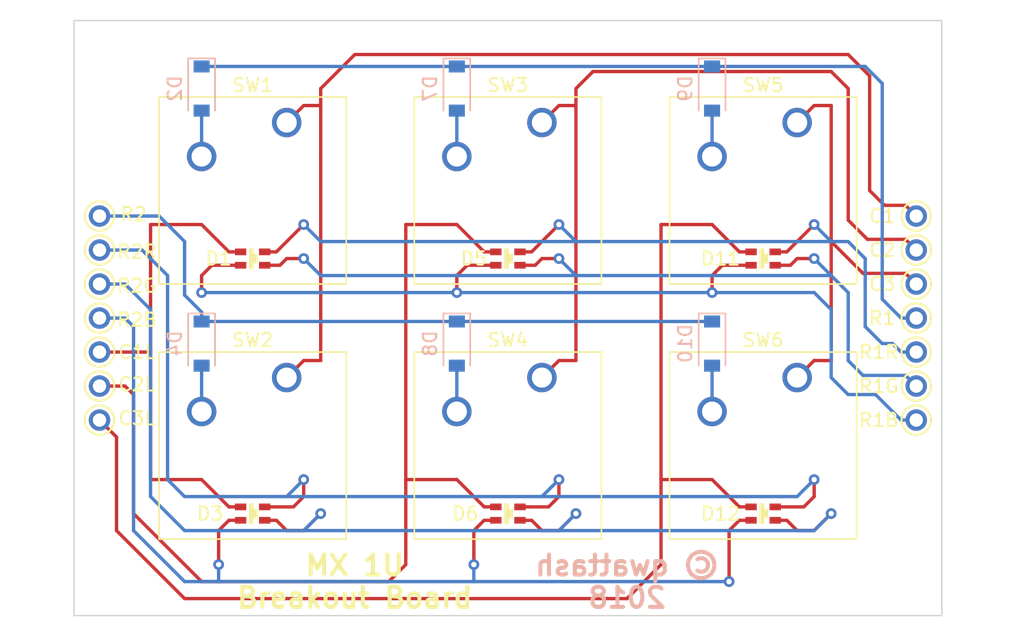
<source format=kicad_pcb>
(kicad_pcb (version 20171130) (host pcbnew "(5.0.0-rc2-dev-471-ge4feb315d)")

  (general
    (thickness 1.6)
    (drawings 6)
    (tracks 232)
    (zones 0)
    (modules 36)
    (nets 21)
  )

  (page A4)
  (layers
    (0 F.Cu signal)
    (31 B.Cu signal)
    (32 B.Adhes user)
    (33 F.Adhes user)
    (34 B.Paste user)
    (35 F.Paste user)
    (36 B.SilkS user)
    (37 F.SilkS user)
    (38 B.Mask user)
    (39 F.Mask user)
    (40 Dwgs.User user)
    (41 Cmts.User user)
    (42 Eco1.User user)
    (43 Eco2.User user)
    (44 Edge.Cuts user)
    (45 Margin user)
    (46 B.CrtYd user)
    (47 F.CrtYd user)
    (48 B.Fab user)
    (49 F.Fab user)
  )

  (setup
    (last_trace_width 0.25)
    (trace_clearance 0.2)
    (zone_clearance 0.508)
    (zone_45_only no)
    (trace_min 0.2)
    (segment_width 0.2)
    (edge_width 0.1)
    (via_size 0.8)
    (via_drill 0.4)
    (via_min_size 0.4)
    (via_min_drill 0.3)
    (uvia_size 0.3)
    (uvia_drill 0.1)
    (uvias_allowed no)
    (uvia_min_size 0.2)
    (uvia_min_drill 0.1)
    (pcb_text_width 0.3)
    (pcb_text_size 1.5 1.5)
    (mod_edge_width 0.15)
    (mod_text_size 1 1)
    (mod_text_width 0.15)
    (pad_size 2.2 2.2)
    (pad_drill 1.5)
    (pad_to_mask_clearance 0)
    (aux_axis_origin 12.7 203.2)
    (grid_origin 63.5 114.3)
    (visible_elements FFFFFF7F)
    (pcbplotparams
      (layerselection 0x010fc_ffffffff)
      (usegerberextensions false)
      (usegerberattributes false)
      (usegerberadvancedattributes false)
      (creategerberjobfile false)
      (excludeedgelayer true)
      (linewidth 0.100000)
      (plotframeref false)
      (viasonmask false)
      (mode 1)
      (useauxorigin false)
      (hpglpennumber 1)
      (hpglpenspeed 20)
      (hpglpendiameter 15)
      (psnegative false)
      (psa4output false)
      (plotreference true)
      (plotvalue true)
      (plotinvisibletext false)
      (padsonsilk false)
      (subtractmaskfromsilk false)
      (outputformat 1)
      (mirror false)
      (drillshape 0)
      (scaleselection 1)
      (outputdirectory ./))
  )

  (net 0 "")
  (net 1 "Net-(D1-Pad3)")
  (net 2 "Net-(D1-Pad2)")
  (net 3 "Net-(D1-Pad1)")
  (net 4 "Net-(D1-Pad4)")
  (net 5 "Net-(D2-Pad2)")
  (net 6 "Net-(D2-Pad1)")
  (net 7 "Net-(D12-Pad4)")
  (net 8 "Net-(D12-Pad2)")
  (net 9 "Net-(D12-Pad3)")
  (net 10 "Net-(D10-Pad1)")
  (net 11 "Net-(D4-Pad2)")
  (net 12 "Net-(D5-Pad1)")
  (net 13 "Net-(D7-Pad2)")
  (net 14 "Net-(D8-Pad2)")
  (net 15 "Net-(D9-Pad2)")
  (net 16 "Net-(D10-Pad2)")
  (net 17 "Net-(D11-Pad1)")
  (net 18 "Net-(J1-Pad1)")
  (net 19 "Net-(J3-Pad1)")
  (net 20 "Net-(J5-Pad1)")

  (net_class Default "This is the default net class."
    (clearance 0.2)
    (trace_width 0.25)
    (via_dia 0.8)
    (via_drill 0.4)
    (uvia_dia 0.3)
    (uvia_drill 0.1)
    (add_net "Net-(D1-Pad1)")
    (add_net "Net-(D1-Pad2)")
    (add_net "Net-(D1-Pad3)")
    (add_net "Net-(D1-Pad4)")
    (add_net "Net-(D10-Pad1)")
    (add_net "Net-(D10-Pad2)")
    (add_net "Net-(D11-Pad1)")
    (add_net "Net-(D12-Pad2)")
    (add_net "Net-(D12-Pad3)")
    (add_net "Net-(D12-Pad4)")
    (add_net "Net-(D2-Pad1)")
    (add_net "Net-(D2-Pad2)")
    (add_net "Net-(D4-Pad2)")
    (add_net "Net-(D5-Pad1)")
    (add_net "Net-(D7-Pad2)")
    (add_net "Net-(D8-Pad2)")
    (add_net "Net-(D9-Pad2)")
    (add_net "Net-(J1-Pad1)")
    (add_net "Net-(J3-Pad1)")
    (add_net "Net-(J5-Pad1)")
  )

  (module Mounting_Holes:MountingHole_2.2mm_M2_ISO7380 (layer F.Cu) (tedit 5ADA6DA9) (tstamp 5AD9D50D)
    (at 115.57 76.2)
    (descr "Mounting Hole 2.2mm, no annular, M2, ISO7380")
    (tags "mounting hole 2.2mm no annular m2 iso7380")
    (attr virtual)
    (fp_text reference "" (at 0 -2.75) (layer F.SilkS)
      (effects (font (size 1 1) (thickness 0.15)))
    )
    (fp_text value Mount (at 0 2.75) (layer F.Fab)
      (effects (font (size 1 1) (thickness 0.15)))
    )
    (fp_circle (center 0 0) (end 2 0) (layer F.CrtYd) (width 0.05))
    (fp_circle (center 0 0) (end 1.75 0) (layer Cmts.User) (width 0.15))
    (fp_text user %R (at 0.3 0) (layer F.Fab)
      (effects (font (size 1 1) (thickness 0.15)))
    )
    (pad 1 np_thru_hole circle (at 0 0) (size 2.2 2.2) (drill 2.2) (layers *.Cu *.Mask))
  )

  (module cherry_footprint:Connector_Via_1.0mm (layer F.Cu) (tedit 5ADA6BB7) (tstamp 5AD92C65)
    (at 116.84 88.265 90)
    (path /5AD8C378)
    (fp_text reference C1 (at 0 -2.54 180) (layer F.SilkS)
      (effects (font (size 1 1) (thickness 0.15)))
    )
    (fp_text value Col1 (at 0 3.81 180) (layer F.Fab)
      (effects (font (size 1 1) (thickness 0.15)))
    )
    (fp_circle (center 0 0) (end 1.3 0) (layer F.CrtYd) (width 0.05))
    (fp_circle (center 0 0) (end -1.1 0) (layer F.SilkS) (width 0.15))
    (pad 1 thru_hole circle (at 0 0 90) (size 1.6 1.6) (drill 1) (layers *.Cu *.Mask)
      (net 18 "Net-(J1-Pad1)"))
  )

  (module cherry_footprint:Connector_Via_1.0mm (layer F.Cu) (tedit 5ADA7866) (tstamp 5AD92C6D)
    (at 55.88 98.425 270)
    (path /5AD93D5E)
    (fp_text reference C1L (at 0 -2.794 180) (layer F.SilkS)
      (effects (font (size 1 1) (thickness 0.15)))
    )
    (fp_text value LCol1 (at 0 4.445) (layer F.Fab)
      (effects (font (size 1 1) (thickness 0.15)))
    )
    (fp_circle (center 0 0) (end 1.3 0) (layer F.CrtYd) (width 0.05))
    (fp_circle (center 0 0) (end -1.1 0) (layer F.SilkS) (width 0.15))
    (pad 1 thru_hole circle (at 0 0 270) (size 1.6 1.6) (drill 1) (layers *.Cu *.Mask)
      (net 3 "Net-(D1-Pad1)"))
  )

  (module cherry_footprint:Connector_Via_1.0mm (layer F.Cu) (tedit 5ADA6BB0) (tstamp 5AD92C75)
    (at 116.84 90.805 90)
    (path /5AD8C41E)
    (fp_text reference C2 (at 0 -2.54 180) (layer F.SilkS)
      (effects (font (size 1 1) (thickness 0.15)))
    )
    (fp_text value Col2 (at 0 3.81 180) (layer F.Fab)
      (effects (font (size 1 1) (thickness 0.15)))
    )
    (fp_circle (center 0 0) (end 1.3 0) (layer F.CrtYd) (width 0.05))
    (fp_circle (center 0 0) (end -1.1 0) (layer F.SilkS) (width 0.15))
    (pad 1 thru_hole circle (at 0 0 90) (size 1.6 1.6) (drill 1) (layers *.Cu *.Mask)
      (net 19 "Net-(J3-Pad1)"))
  )

  (module cherry_footprint:Connector_Via_1.0mm (layer F.Cu) (tedit 5ADA786E) (tstamp 5AD92C7D)
    (at 55.88 100.965 270)
    (path /5AD93EB6)
    (fp_text reference C2L (at -0.127 -2.794 180) (layer F.SilkS)
      (effects (font (size 1 1) (thickness 0.15)))
    )
    (fp_text value LCol2 (at 0 4.445) (layer F.Fab)
      (effects (font (size 1 1) (thickness 0.15)))
    )
    (fp_circle (center 0 0) (end 1.3 0) (layer F.CrtYd) (width 0.05))
    (fp_circle (center 0 0) (end -1.1 0) (layer F.SilkS) (width 0.15))
    (pad 1 thru_hole circle (at 0 0 270) (size 1.6 1.6) (drill 1) (layers *.Cu *.Mask)
      (net 12 "Net-(D5-Pad1)"))
  )

  (module cherry_footprint:Connector_Via_1.0mm (layer F.Cu) (tedit 5ADA6BA7) (tstamp 5AD92C85)
    (at 116.84 93.345 90)
    (path /5AD8C4A1)
    (fp_text reference C3 (at 0 -2.54 180) (layer F.SilkS)
      (effects (font (size 1 1) (thickness 0.15)))
    )
    (fp_text value Col3 (at 0 3.81 180) (layer F.Fab)
      (effects (font (size 1 1) (thickness 0.15)))
    )
    (fp_circle (center 0 0) (end 1.3 0) (layer F.CrtYd) (width 0.05))
    (fp_circle (center 0 0) (end -1.1 0) (layer F.SilkS) (width 0.15))
    (pad 1 thru_hole circle (at 0 0 90) (size 1.6 1.6) (drill 1) (layers *.Cu *.Mask)
      (net 20 "Net-(J5-Pad1)"))
  )

  (module cherry_footprint:Connector_Via_1.0mm (layer F.Cu) (tedit 5ADA7874) (tstamp 5AD92C8D)
    (at 55.88 103.505 270)
    (path /5AD93F28)
    (fp_text reference C3L (at -0.127 -2.794 180) (layer F.SilkS)
      (effects (font (size 1 1) (thickness 0.15)))
    )
    (fp_text value LCol3 (at 0 4.445) (layer F.Fab)
      (effects (font (size 1 1) (thickness 0.15)))
    )
    (fp_circle (center 0 0) (end 1.3 0) (layer F.CrtYd) (width 0.05))
    (fp_circle (center 0 0) (end -1.1 0) (layer F.SilkS) (width 0.15))
    (pad 1 thru_hole circle (at 0 0 270) (size 1.6 1.6) (drill 1) (layers *.Cu *.Mask)
      (net 17 "Net-(D11-Pad1)"))
  )

  (module cherry_footprint:Connector_Via_1.0mm (layer F.Cu) (tedit 5ADA79E1) (tstamp 5AD92C95)
    (at 116.84 95.885 90)
    (path /5AD8B8B2)
    (fp_text reference R1 (at 0 -2.54 180) (layer F.SilkS)
      (effects (font (size 1 1) (thickness 0.15)))
    )
    (fp_text value "Row 1" (at 0 3.81 180) (layer F.Fab)
      (effects (font (size 1 1) (thickness 0.15)))
    )
    (fp_circle (center 0 0) (end 1.3 0) (layer F.CrtYd) (width 0.05))
    (fp_circle (center 0 0) (end -1.1 0) (layer F.SilkS) (width 0.15))
    (pad 1 thru_hole circle (at 0 0 90) (size 1.6 1.6) (drill 1) (layers *.Cu *.Mask)
      (net 6 "Net-(D2-Pad1)"))
  )

  (module cherry_footprint:Connector_Via_1.0mm (layer F.Cu) (tedit 5ADA789E) (tstamp 5AD92C9D)
    (at 55.88 88.265 270)
    (path /5AD8C313)
    (fp_text reference R2 (at -0.127 -2.54) (layer F.SilkS)
      (effects (font (size 1 1) (thickness 0.15)))
    )
    (fp_text value "Row 2" (at 0 4.445) (layer F.Fab)
      (effects (font (size 1 1) (thickness 0.15)))
    )
    (fp_circle (center 0 0) (end 1.3 0) (layer F.CrtYd) (width 0.05))
    (fp_circle (center 0 0) (end -1.1 0) (layer F.SilkS) (width 0.15))
    (pad 1 thru_hole circle (at 0 0 270) (size 1.6 1.6) (drill 1) (layers *.Cu *.Mask)
      (net 10 "Net-(D10-Pad1)"))
  )

  (module cherry_footprint:Connector_Via_1.0mm (layer F.Cu) (tedit 5ADA7A66) (tstamp 5AD92CA5)
    (at 116.84 103.505 90)
    (path /5AD93F9A)
    (fp_text reference R1B (at 0 -2.794 180) (layer F.SilkS)
      (effects (font (size 1 1) (thickness 0.15)))
    )
    (fp_text value LRow1B (at 0 5.08 180) (layer F.Fab)
      (effects (font (size 1 1) (thickness 0.15)))
    )
    (fp_circle (center 0 0) (end 1.3 0) (layer F.CrtYd) (width 0.05))
    (fp_circle (center 0 0) (end -1.1 0) (layer F.SilkS) (width 0.15))
    (pad 1 thru_hole circle (at 0 0 90) (size 1.6 1.6) (drill 1) (layers *.Cu *.Mask)
      (net 4 "Net-(D1-Pad4)"))
  )

  (module cherry_footprint:Connector_Via_1.0mm (layer F.Cu) (tedit 5ADA7A5C) (tstamp 5AD92CAD)
    (at 116.84 100.965 90)
    (path /5AD94090)
    (fp_text reference R1G (at 0 -2.794 180) (layer F.SilkS)
      (effects (font (size 1 1) (thickness 0.15)))
    )
    (fp_text value LRow1G (at 0 5.08 180) (layer F.Fab)
      (effects (font (size 1 1) (thickness 0.15)))
    )
    (fp_circle (center 0 0) (end 1.3 0) (layer F.CrtYd) (width 0.05))
    (fp_circle (center 0 0) (end -1.1 0) (layer F.SilkS) (width 0.15))
    (pad 1 thru_hole circle (at 0 0 90) (size 1.6 1.6) (drill 1) (layers *.Cu *.Mask)
      (net 1 "Net-(D1-Pad3)"))
  )

  (module cherry_footprint:Connector_Via_1.0mm (layer F.Cu) (tedit 5ADA7A39) (tstamp 5AD92CB5)
    (at 116.84 98.425 90)
    (path /5AD940DC)
    (fp_text reference R1R (at 0 -2.794) (layer F.SilkS)
      (effects (font (size 1 1) (thickness 0.15)))
    )
    (fp_text value LRow1R (at 0 5.08) (layer F.Fab)
      (effects (font (size 1 1) (thickness 0.15)))
    )
    (fp_circle (center 0 0) (end 1.3 0) (layer F.CrtYd) (width 0.05))
    (fp_circle (center 0 0) (end -1.1 0) (layer F.SilkS) (width 0.15))
    (pad 1 thru_hole circle (at 0 0 90) (size 1.6 1.6) (drill 1) (layers *.Cu *.Mask)
      (net 2 "Net-(D1-Pad2)"))
  )

  (module cherry_footprint:Connector_Via_1.0mm (layer F.Cu) (tedit 5ADA7854) (tstamp 5AD92CBD)
    (at 55.88 95.885 270)
    (path /5AD94132)
    (fp_text reference R2B (at 0.127 -2.794) (layer F.SilkS)
      (effects (font (size 1 1) (thickness 0.15)))
    )
    (fp_text value LRow2B (at 0 4.445) (layer F.Fab)
      (effects (font (size 1 1) (thickness 0.15)))
    )
    (fp_circle (center 0 0) (end 1.3 0) (layer F.CrtYd) (width 0.05))
    (fp_circle (center 0 0) (end -1.1 0) (layer F.SilkS) (width 0.15))
    (pad 1 thru_hole circle (at 0 0 270) (size 1.6 1.6) (drill 1) (layers *.Cu *.Mask)
      (net 7 "Net-(D12-Pad4)"))
  )

  (module cherry_footprint:Connector_Via_1.0mm (layer F.Cu) (tedit 5ADA784C) (tstamp 5AD92CC5)
    (at 55.88 93.345 270)
    (path /5AD941A2)
    (fp_text reference R2G (at 0.127 -2.794) (layer F.SilkS)
      (effects (font (size 1 1) (thickness 0.15)))
    )
    (fp_text value LRow2G (at 0 4.445) (layer F.Fab)
      (effects (font (size 1 1) (thickness 0.15)))
    )
    (fp_circle (center 0 0) (end 1.3 0) (layer F.CrtYd) (width 0.05))
    (fp_circle (center 0 0) (end -1.1 0) (layer F.SilkS) (width 0.15))
    (pad 1 thru_hole circle (at 0 0 270) (size 1.6 1.6) (drill 1) (layers *.Cu *.Mask)
      (net 9 "Net-(D12-Pad3)"))
  )

  (module cherry_footprint:Connector_Via_1.0mm (layer F.Cu) (tedit 5ADA78D4) (tstamp 5AD92CCD)
    (at 55.88 90.805 270)
    (path /5AD941FA)
    (fp_text reference R2R (at 0.127 -2.794) (layer F.SilkS)
      (effects (font (size 1 1) (thickness 0.15)))
    )
    (fp_text value LRow2R (at 0 4.445) (layer F.Fab)
      (effects (font (size 1 1) (thickness 0.15)))
    )
    (fp_circle (center 0 0) (end 1.3 0) (layer F.CrtYd) (width 0.05))
    (fp_circle (center 0 0) (end -1.1 0) (layer F.SilkS) (width 0.15))
    (pad 1 thru_hole circle (at 0 0 270) (size 1.6 1.6) (drill 1) (layers *.Cu *.Mask)
      (net 8 "Net-(D12-Pad2)"))
  )

  (module Mounting_Holes:MountingHole_2.2mm_M2_ISO7380 (layer F.Cu) (tedit 5ADA6DA4) (tstamp 5AD9D573)
    (at 57.15 115.57)
    (descr "Mounting Hole 2.2mm, no annular, M2, ISO7380")
    (tags "mounting hole 2.2mm no annular m2 iso7380")
    (attr virtual)
    (fp_text reference "" (at 0 -2.75) (layer F.SilkS)
      (effects (font (size 1 1) (thickness 0.15)))
    )
    (fp_text value Mount (at 0 2.75) (layer F.Fab)
      (effects (font (size 1 1) (thickness 0.15)))
    )
    (fp_circle (center 0 0) (end 2 0) (layer F.CrtYd) (width 0.05))
    (fp_circle (center 0 0) (end 1.75 0) (layer Cmts.User) (width 0.15))
    (fp_text user %R (at 0.3 0) (layer F.Fab)
      (effects (font (size 1 1) (thickness 0.15)))
    )
    (pad 1 np_thru_hole circle (at 0 0) (size 2.2 2.2) (drill 2.2) (layers *.Cu *.Mask))
  )

  (module Mounting_Holes:MountingHole_2.2mm_M2_ISO7380 (layer F.Cu) (tedit 5ADA6DAD) (tstamp 5ADA6D3A)
    (at 115.57 115.57)
    (descr "Mounting Hole 2.2mm, no annular, M2, ISO7380")
    (tags "mounting hole 2.2mm no annular m2 iso7380")
    (attr virtual)
    (fp_text reference "" (at 0 -2.75) (layer F.SilkS)
      (effects (font (size 1 1) (thickness 0.15)))
    )
    (fp_text value Mount (at 0 2.75) (layer F.Fab)
      (effects (font (size 1 1) (thickness 0.15)))
    )
    (fp_text user %R (at 0.3 0) (layer F.Fab)
      (effects (font (size 1 1) (thickness 0.15)))
    )
    (fp_circle (center 0 0) (end 1.75 0) (layer Cmts.User) (width 0.15))
    (fp_circle (center 0 0) (end 2 0) (layer F.CrtYd) (width 0.05))
    (pad 1 np_thru_hole circle (at 0 0) (size 2.2 2.2) (drill 2.2) (layers *.Cu *.Mask))
  )

  (module cherry_footprint:Led_SMD_0606 (layer F.Cu) (tedit 5AD91689) (tstamp 5AD92B77)
    (at 67.31 91.44 180)
    (path /5AD63407)
    (fp_text reference D1 (at 2.54 0 180) (layer F.SilkS)
      (effects (font (size 1 1) (thickness 0.15)))
    )
    (fp_text value LED_11 (at 0.3 1.9 180) (layer F.Fab)
      (effects (font (size 1 1) (thickness 0.15)))
    )
    (fp_line (start -1.4 0.8) (end -1.4 -0.7) (layer F.CrtYd) (width 0.15))
    (fp_line (start -1.4 -0.7) (end -1.4 -0.8) (layer F.CrtYd) (width 0.15))
    (fp_line (start -1.4 -0.8) (end 1.3 -0.8) (layer F.CrtYd) (width 0.15))
    (fp_line (start 1.3 0.8) (end -1.4 0.8) (layer F.CrtYd) (width 0.15))
    (fp_poly (pts (xy 0.2 -0.7) (xy 0.2 0.7) (xy 0.1 0.7) (xy 0 0.7)
      (xy 0 0.3) (xy -0.2 0.3) (xy -0.3 0.3) (xy -0.3 -0.3)
      (xy 0 -0.3) (xy 0 -0.7)) (layer F.SilkS) (width 0.15))
    (fp_line (start 1.3 -0.8) (end 1.4 -0.8) (layer F.CrtYd) (width 0.15))
    (fp_line (start 1.4 -0.8) (end 1.4 0.8) (layer F.CrtYd) (width 0.15))
    (fp_line (start 1.4 0.8) (end 1.2 0.8) (layer F.CrtYd) (width 0.15))
    (pad 3 smd rect (at -0.9 -0.5 180) (size 0.85 0.5) (layers F.Cu F.Paste F.Mask)
      (net 1 "Net-(D1-Pad3)"))
    (pad 2 smd rect (at -0.9 0.5 180) (size 0.85 0.5) (layers F.Cu F.Paste F.Mask)
      (net 2 "Net-(D1-Pad2)"))
    (pad 1 smd rect (at 0.9 0.5 180) (size 0.85 0.5) (layers F.Cu F.Paste F.Mask)
      (net 3 "Net-(D1-Pad1)"))
    (pad 4 smd rect (at 0.9 -0.5 180) (size 0.85 0.5) (layers F.Cu F.Paste F.Mask)
      (net 4 "Net-(D1-Pad4)"))
  )

  (module Diodes_SMD:D_SOD-123 (layer B.Cu) (tedit 58645DC7) (tstamp 5AD92B90)
    (at 63.5 78.74 270)
    (descr SOD-123)
    (tags SOD-123)
    (path /5AD6331D)
    (attr smd)
    (fp_text reference D2 (at 0 2 270) (layer B.SilkS)
      (effects (font (size 1 1) (thickness 0.15)) (justify mirror))
    )
    (fp_text value D_ALT (at 0 -2.1 270) (layer B.Fab)
      (effects (font (size 1 1) (thickness 0.15)) (justify mirror))
    )
    (fp_text user %R (at 0 2 270) (layer B.Fab)
      (effects (font (size 1 1) (thickness 0.15)) (justify mirror))
    )
    (fp_line (start -2.25 1) (end -2.25 -1) (layer B.SilkS) (width 0.12))
    (fp_line (start 0.25 0) (end 0.75 0) (layer B.Fab) (width 0.1))
    (fp_line (start 0.25 -0.4) (end -0.35 0) (layer B.Fab) (width 0.1))
    (fp_line (start 0.25 0.4) (end 0.25 -0.4) (layer B.Fab) (width 0.1))
    (fp_line (start -0.35 0) (end 0.25 0.4) (layer B.Fab) (width 0.1))
    (fp_line (start -0.35 0) (end -0.35 -0.55) (layer B.Fab) (width 0.1))
    (fp_line (start -0.35 0) (end -0.35 0.55) (layer B.Fab) (width 0.1))
    (fp_line (start -0.75 0) (end -0.35 0) (layer B.Fab) (width 0.1))
    (fp_line (start -1.4 -0.9) (end -1.4 0.9) (layer B.Fab) (width 0.1))
    (fp_line (start 1.4 -0.9) (end -1.4 -0.9) (layer B.Fab) (width 0.1))
    (fp_line (start 1.4 0.9) (end 1.4 -0.9) (layer B.Fab) (width 0.1))
    (fp_line (start -1.4 0.9) (end 1.4 0.9) (layer B.Fab) (width 0.1))
    (fp_line (start -2.35 1.15) (end 2.35 1.15) (layer B.CrtYd) (width 0.05))
    (fp_line (start 2.35 1.15) (end 2.35 -1.15) (layer B.CrtYd) (width 0.05))
    (fp_line (start 2.35 -1.15) (end -2.35 -1.15) (layer B.CrtYd) (width 0.05))
    (fp_line (start -2.35 1.15) (end -2.35 -1.15) (layer B.CrtYd) (width 0.05))
    (fp_line (start -2.25 -1) (end 1.65 -1) (layer B.SilkS) (width 0.12))
    (fp_line (start -2.25 1) (end 1.65 1) (layer B.SilkS) (width 0.12))
    (pad 1 smd rect (at -1.65 0 270) (size 0.9 1.2) (layers B.Cu B.Paste B.Mask)
      (net 6 "Net-(D2-Pad1)"))
    (pad 2 smd rect (at 1.65 0 270) (size 0.9 1.2) (layers B.Cu B.Paste B.Mask)
      (net 5 "Net-(D2-Pad2)"))
    (model ${KISYS3DMOD}/Diodes_SMD.3dshapes/D_SOD-123.wrl
      (at (xyz 0 0 0))
      (scale (xyz 1 1 1))
      (rotate (xyz 0 0 0))
    )
  )

  (module cherry_footprint:Led_SMD_0606 (layer F.Cu) (tedit 5AD916DC) (tstamp 5AD92BA0)
    (at 67.31 110.49 180)
    (path /5AD9355C)
    (fp_text reference D3 (at 3.175 0 180) (layer F.SilkS)
      (effects (font (size 1 1) (thickness 0.15)))
    )
    (fp_text value LED_21 (at 0.3 1.9 180) (layer F.Fab)
      (effects (font (size 1 1) (thickness 0.15)))
    )
    (fp_line (start 1.4 0.8) (end 1.2 0.8) (layer F.CrtYd) (width 0.15))
    (fp_line (start 1.4 -0.8) (end 1.4 0.8) (layer F.CrtYd) (width 0.15))
    (fp_line (start 1.3 -0.8) (end 1.4 -0.8) (layer F.CrtYd) (width 0.15))
    (fp_poly (pts (xy 0.2 -0.7) (xy 0.2 0.7) (xy 0.1 0.7) (xy 0 0.7)
      (xy 0 0.3) (xy -0.2 0.3) (xy -0.3 0.3) (xy -0.3 -0.3)
      (xy 0 -0.3) (xy 0 -0.7)) (layer F.SilkS) (width 0.15))
    (fp_line (start 1.3 0.8) (end -1.4 0.8) (layer F.CrtYd) (width 0.15))
    (fp_line (start -1.4 -0.8) (end 1.3 -0.8) (layer F.CrtYd) (width 0.15))
    (fp_line (start -1.4 -0.7) (end -1.4 -0.8) (layer F.CrtYd) (width 0.15))
    (fp_line (start -1.4 0.8) (end -1.4 -0.7) (layer F.CrtYd) (width 0.15))
    (pad 4 smd rect (at 0.9 -0.5 180) (size 0.85 0.5) (layers F.Cu F.Paste F.Mask)
      (net 7 "Net-(D12-Pad4)"))
    (pad 1 smd rect (at 0.9 0.5 180) (size 0.85 0.5) (layers F.Cu F.Paste F.Mask)
      (net 3 "Net-(D1-Pad1)"))
    (pad 2 smd rect (at -0.9 0.5 180) (size 0.85 0.5) (layers F.Cu F.Paste F.Mask)
      (net 8 "Net-(D12-Pad2)"))
    (pad 3 smd rect (at -0.9 -0.5 180) (size 0.85 0.5) (layers F.Cu F.Paste F.Mask)
      (net 9 "Net-(D12-Pad3)"))
  )

  (module Diodes_SMD:D_SOD-123 (layer B.Cu) (tedit 58645DC7) (tstamp 5AD92BB9)
    (at 63.5 97.79 270)
    (descr SOD-123)
    (tags SOD-123)
    (path /5AD8F225)
    (attr smd)
    (fp_text reference D4 (at 0 2 270) (layer B.SilkS)
      (effects (font (size 1 1) (thickness 0.15)) (justify mirror))
    )
    (fp_text value D_ALT (at 0 -2.1 270) (layer B.Fab)
      (effects (font (size 1 1) (thickness 0.15)) (justify mirror))
    )
    (fp_line (start -2.25 1) (end 1.65 1) (layer B.SilkS) (width 0.12))
    (fp_line (start -2.25 -1) (end 1.65 -1) (layer B.SilkS) (width 0.12))
    (fp_line (start -2.35 1.15) (end -2.35 -1.15) (layer B.CrtYd) (width 0.05))
    (fp_line (start 2.35 -1.15) (end -2.35 -1.15) (layer B.CrtYd) (width 0.05))
    (fp_line (start 2.35 1.15) (end 2.35 -1.15) (layer B.CrtYd) (width 0.05))
    (fp_line (start -2.35 1.15) (end 2.35 1.15) (layer B.CrtYd) (width 0.05))
    (fp_line (start -1.4 0.9) (end 1.4 0.9) (layer B.Fab) (width 0.1))
    (fp_line (start 1.4 0.9) (end 1.4 -0.9) (layer B.Fab) (width 0.1))
    (fp_line (start 1.4 -0.9) (end -1.4 -0.9) (layer B.Fab) (width 0.1))
    (fp_line (start -1.4 -0.9) (end -1.4 0.9) (layer B.Fab) (width 0.1))
    (fp_line (start -0.75 0) (end -0.35 0) (layer B.Fab) (width 0.1))
    (fp_line (start -0.35 0) (end -0.35 0.55) (layer B.Fab) (width 0.1))
    (fp_line (start -0.35 0) (end -0.35 -0.55) (layer B.Fab) (width 0.1))
    (fp_line (start -0.35 0) (end 0.25 0.4) (layer B.Fab) (width 0.1))
    (fp_line (start 0.25 0.4) (end 0.25 -0.4) (layer B.Fab) (width 0.1))
    (fp_line (start 0.25 -0.4) (end -0.35 0) (layer B.Fab) (width 0.1))
    (fp_line (start 0.25 0) (end 0.75 0) (layer B.Fab) (width 0.1))
    (fp_line (start -2.25 1) (end -2.25 -1) (layer B.SilkS) (width 0.12))
    (fp_text user %R (at 0 2 270) (layer B.Fab)
      (effects (font (size 1 1) (thickness 0.15)) (justify mirror))
    )
    (pad 2 smd rect (at 1.65 0 270) (size 0.9 1.2) (layers B.Cu B.Paste B.Mask)
      (net 11 "Net-(D4-Pad2)"))
    (pad 1 smd rect (at -1.65 0 270) (size 0.9 1.2) (layers B.Cu B.Paste B.Mask)
      (net 10 "Net-(D10-Pad1)"))
    (model ${KISYS3DMOD}/Diodes_SMD.3dshapes/D_SOD-123.wrl
      (at (xyz 0 0 0))
      (scale (xyz 1 1 1))
      (rotate (xyz 0 0 0))
    )
  )

  (module cherry_footprint:Led_SMD_0606 (layer F.Cu) (tedit 5AD91697) (tstamp 5AD92BC9)
    (at 86.36 91.44 180)
    (path /5AD93335)
    (fp_text reference D5 (at 2.54 0 180) (layer F.SilkS)
      (effects (font (size 1 1) (thickness 0.15)))
    )
    (fp_text value LED_12 (at 0.3 1.9 180) (layer F.Fab)
      (effects (font (size 1 1) (thickness 0.15)))
    )
    (fp_line (start 1.4 0.8) (end 1.2 0.8) (layer F.CrtYd) (width 0.15))
    (fp_line (start 1.4 -0.8) (end 1.4 0.8) (layer F.CrtYd) (width 0.15))
    (fp_line (start 1.3 -0.8) (end 1.4 -0.8) (layer F.CrtYd) (width 0.15))
    (fp_poly (pts (xy 0.2 -0.7) (xy 0.2 0.7) (xy 0.1 0.7) (xy 0 0.7)
      (xy 0 0.3) (xy -0.2 0.3) (xy -0.3 0.3) (xy -0.3 -0.3)
      (xy 0 -0.3) (xy 0 -0.7)) (layer F.SilkS) (width 0.15))
    (fp_line (start 1.3 0.8) (end -1.4 0.8) (layer F.CrtYd) (width 0.15))
    (fp_line (start -1.4 -0.8) (end 1.3 -0.8) (layer F.CrtYd) (width 0.15))
    (fp_line (start -1.4 -0.7) (end -1.4 -0.8) (layer F.CrtYd) (width 0.15))
    (fp_line (start -1.4 0.8) (end -1.4 -0.7) (layer F.CrtYd) (width 0.15))
    (pad 4 smd rect (at 0.9 -0.5 180) (size 0.85 0.5) (layers F.Cu F.Paste F.Mask)
      (net 4 "Net-(D1-Pad4)"))
    (pad 1 smd rect (at 0.9 0.5 180) (size 0.85 0.5) (layers F.Cu F.Paste F.Mask)
      (net 12 "Net-(D5-Pad1)"))
    (pad 2 smd rect (at -0.9 0.5 180) (size 0.85 0.5) (layers F.Cu F.Paste F.Mask)
      (net 2 "Net-(D1-Pad2)"))
    (pad 3 smd rect (at -0.9 -0.5 180) (size 0.85 0.5) (layers F.Cu F.Paste F.Mask)
      (net 1 "Net-(D1-Pad3)"))
  )

  (module cherry_footprint:Led_SMD_0606 (layer F.Cu) (tedit 5AD916E9) (tstamp 5AD92BD9)
    (at 86.36 110.49 180)
    (path /5AD935D6)
    (fp_text reference D6 (at 3.175 0 180) (layer F.SilkS)
      (effects (font (size 1 1) (thickness 0.15)))
    )
    (fp_text value LED_22 (at 0.3 1.9 180) (layer F.Fab)
      (effects (font (size 1 1) (thickness 0.15)))
    )
    (fp_line (start -1.4 0.8) (end -1.4 -0.7) (layer F.CrtYd) (width 0.15))
    (fp_line (start -1.4 -0.7) (end -1.4 -0.8) (layer F.CrtYd) (width 0.15))
    (fp_line (start -1.4 -0.8) (end 1.3 -0.8) (layer F.CrtYd) (width 0.15))
    (fp_line (start 1.3 0.8) (end -1.4 0.8) (layer F.CrtYd) (width 0.15))
    (fp_poly (pts (xy 0.2 -0.7) (xy 0.2 0.7) (xy 0.1 0.7) (xy 0 0.7)
      (xy 0 0.3) (xy -0.2 0.3) (xy -0.3 0.3) (xy -0.3 -0.3)
      (xy 0 -0.3) (xy 0 -0.7)) (layer F.SilkS) (width 0.15))
    (fp_line (start 1.3 -0.8) (end 1.4 -0.8) (layer F.CrtYd) (width 0.15))
    (fp_line (start 1.4 -0.8) (end 1.4 0.8) (layer F.CrtYd) (width 0.15))
    (fp_line (start 1.4 0.8) (end 1.2 0.8) (layer F.CrtYd) (width 0.15))
    (pad 3 smd rect (at -0.9 -0.5 180) (size 0.85 0.5) (layers F.Cu F.Paste F.Mask)
      (net 9 "Net-(D12-Pad3)"))
    (pad 2 smd rect (at -0.9 0.5 180) (size 0.85 0.5) (layers F.Cu F.Paste F.Mask)
      (net 8 "Net-(D12-Pad2)"))
    (pad 1 smd rect (at 0.9 0.5 180) (size 0.85 0.5) (layers F.Cu F.Paste F.Mask)
      (net 12 "Net-(D5-Pad1)"))
    (pad 4 smd rect (at 0.9 -0.5 180) (size 0.85 0.5) (layers F.Cu F.Paste F.Mask)
      (net 7 "Net-(D12-Pad4)"))
  )

  (module Diodes_SMD:D_SOD-123 (layer B.Cu) (tedit 58645DC7) (tstamp 5AD94309)
    (at 82.55 78.74 270)
    (descr SOD-123)
    (tags SOD-123)
    (path /5AD8F2CB)
    (attr smd)
    (fp_text reference D7 (at 0 2 270) (layer B.SilkS)
      (effects (font (size 1 1) (thickness 0.15)) (justify mirror))
    )
    (fp_text value D_ALT (at 0 -2.1 270) (layer B.Fab)
      (effects (font (size 1 1) (thickness 0.15)) (justify mirror))
    )
    (fp_line (start -2.25 1) (end 1.65 1) (layer B.SilkS) (width 0.12))
    (fp_line (start -2.25 -1) (end 1.65 -1) (layer B.SilkS) (width 0.12))
    (fp_line (start -2.35 1.15) (end -2.35 -1.15) (layer B.CrtYd) (width 0.05))
    (fp_line (start 2.35 -1.15) (end -2.35 -1.15) (layer B.CrtYd) (width 0.05))
    (fp_line (start 2.35 1.15) (end 2.35 -1.15) (layer B.CrtYd) (width 0.05))
    (fp_line (start -2.35 1.15) (end 2.35 1.15) (layer B.CrtYd) (width 0.05))
    (fp_line (start -1.4 0.9) (end 1.4 0.9) (layer B.Fab) (width 0.1))
    (fp_line (start 1.4 0.9) (end 1.4 -0.9) (layer B.Fab) (width 0.1))
    (fp_line (start 1.4 -0.9) (end -1.4 -0.9) (layer B.Fab) (width 0.1))
    (fp_line (start -1.4 -0.9) (end -1.4 0.9) (layer B.Fab) (width 0.1))
    (fp_line (start -0.75 0) (end -0.35 0) (layer B.Fab) (width 0.1))
    (fp_line (start -0.35 0) (end -0.35 0.55) (layer B.Fab) (width 0.1))
    (fp_line (start -0.35 0) (end -0.35 -0.55) (layer B.Fab) (width 0.1))
    (fp_line (start -0.35 0) (end 0.25 0.4) (layer B.Fab) (width 0.1))
    (fp_line (start 0.25 0.4) (end 0.25 -0.4) (layer B.Fab) (width 0.1))
    (fp_line (start 0.25 -0.4) (end -0.35 0) (layer B.Fab) (width 0.1))
    (fp_line (start 0.25 0) (end 0.75 0) (layer B.Fab) (width 0.1))
    (fp_line (start -2.25 1) (end -2.25 -1) (layer B.SilkS) (width 0.12))
    (fp_text user %R (at 0 2 270) (layer B.Fab)
      (effects (font (size 1 1) (thickness 0.15)) (justify mirror))
    )
    (pad 2 smd rect (at 1.65 0 270) (size 0.9 1.2) (layers B.Cu B.Paste B.Mask)
      (net 13 "Net-(D7-Pad2)"))
    (pad 1 smd rect (at -1.65 0 270) (size 0.9 1.2) (layers B.Cu B.Paste B.Mask)
      (net 6 "Net-(D2-Pad1)"))
    (model ${KISYS3DMOD}/Diodes_SMD.3dshapes/D_SOD-123.wrl
      (at (xyz 0 0 0))
      (scale (xyz 1 1 1))
      (rotate (xyz 0 0 0))
    )
  )

  (module Diodes_SMD:D_SOD-123 (layer B.Cu) (tedit 58645DC7) (tstamp 5AD92C0B)
    (at 82.55 97.79 270)
    (descr SOD-123)
    (tags SOD-123)
    (path /5AD8F277)
    (attr smd)
    (fp_text reference D8 (at 0 2 270) (layer B.SilkS)
      (effects (font (size 1 1) (thickness 0.15)) (justify mirror))
    )
    (fp_text value D_ALT (at 0 -2.1 270) (layer B.Fab)
      (effects (font (size 1 1) (thickness 0.15)) (justify mirror))
    )
    (fp_text user %R (at 0 2 270) (layer B.Fab)
      (effects (font (size 1 1) (thickness 0.15)) (justify mirror))
    )
    (fp_line (start -2.25 1) (end -2.25 -1) (layer B.SilkS) (width 0.12))
    (fp_line (start 0.25 0) (end 0.75 0) (layer B.Fab) (width 0.1))
    (fp_line (start 0.25 -0.4) (end -0.35 0) (layer B.Fab) (width 0.1))
    (fp_line (start 0.25 0.4) (end 0.25 -0.4) (layer B.Fab) (width 0.1))
    (fp_line (start -0.35 0) (end 0.25 0.4) (layer B.Fab) (width 0.1))
    (fp_line (start -0.35 0) (end -0.35 -0.55) (layer B.Fab) (width 0.1))
    (fp_line (start -0.35 0) (end -0.35 0.55) (layer B.Fab) (width 0.1))
    (fp_line (start -0.75 0) (end -0.35 0) (layer B.Fab) (width 0.1))
    (fp_line (start -1.4 -0.9) (end -1.4 0.9) (layer B.Fab) (width 0.1))
    (fp_line (start 1.4 -0.9) (end -1.4 -0.9) (layer B.Fab) (width 0.1))
    (fp_line (start 1.4 0.9) (end 1.4 -0.9) (layer B.Fab) (width 0.1))
    (fp_line (start -1.4 0.9) (end 1.4 0.9) (layer B.Fab) (width 0.1))
    (fp_line (start -2.35 1.15) (end 2.35 1.15) (layer B.CrtYd) (width 0.05))
    (fp_line (start 2.35 1.15) (end 2.35 -1.15) (layer B.CrtYd) (width 0.05))
    (fp_line (start 2.35 -1.15) (end -2.35 -1.15) (layer B.CrtYd) (width 0.05))
    (fp_line (start -2.35 1.15) (end -2.35 -1.15) (layer B.CrtYd) (width 0.05))
    (fp_line (start -2.25 -1) (end 1.65 -1) (layer B.SilkS) (width 0.12))
    (fp_line (start -2.25 1) (end 1.65 1) (layer B.SilkS) (width 0.12))
    (pad 1 smd rect (at -1.65 0 270) (size 0.9 1.2) (layers B.Cu B.Paste B.Mask)
      (net 10 "Net-(D10-Pad1)"))
    (pad 2 smd rect (at 1.65 0 270) (size 0.9 1.2) (layers B.Cu B.Paste B.Mask)
      (net 14 "Net-(D8-Pad2)"))
    (model ${KISYS3DMOD}/Diodes_SMD.3dshapes/D_SOD-123.wrl
      (at (xyz 0 0 0))
      (scale (xyz 1 1 1))
      (rotate (xyz 0 0 0))
    )
  )

  (module Diodes_SMD:D_SOD-123 (layer B.Cu) (tedit 58645DC7) (tstamp 5AD92C24)
    (at 101.6 78.74 270)
    (descr SOD-123)
    (tags SOD-123)
    (path /5AD8F31D)
    (attr smd)
    (fp_text reference D9 (at 0 2 270) (layer B.SilkS)
      (effects (font (size 1 1) (thickness 0.15)) (justify mirror))
    )
    (fp_text value D_ALT (at 0 -2.1 270) (layer B.Fab)
      (effects (font (size 1 1) (thickness 0.15)) (justify mirror))
    )
    (fp_text user %R (at 0 2 270) (layer B.Fab)
      (effects (font (size 1 1) (thickness 0.15)) (justify mirror))
    )
    (fp_line (start -2.25 1) (end -2.25 -1) (layer B.SilkS) (width 0.12))
    (fp_line (start 0.25 0) (end 0.75 0) (layer B.Fab) (width 0.1))
    (fp_line (start 0.25 -0.4) (end -0.35 0) (layer B.Fab) (width 0.1))
    (fp_line (start 0.25 0.4) (end 0.25 -0.4) (layer B.Fab) (width 0.1))
    (fp_line (start -0.35 0) (end 0.25 0.4) (layer B.Fab) (width 0.1))
    (fp_line (start -0.35 0) (end -0.35 -0.55) (layer B.Fab) (width 0.1))
    (fp_line (start -0.35 0) (end -0.35 0.55) (layer B.Fab) (width 0.1))
    (fp_line (start -0.75 0) (end -0.35 0) (layer B.Fab) (width 0.1))
    (fp_line (start -1.4 -0.9) (end -1.4 0.9) (layer B.Fab) (width 0.1))
    (fp_line (start 1.4 -0.9) (end -1.4 -0.9) (layer B.Fab) (width 0.1))
    (fp_line (start 1.4 0.9) (end 1.4 -0.9) (layer B.Fab) (width 0.1))
    (fp_line (start -1.4 0.9) (end 1.4 0.9) (layer B.Fab) (width 0.1))
    (fp_line (start -2.35 1.15) (end 2.35 1.15) (layer B.CrtYd) (width 0.05))
    (fp_line (start 2.35 1.15) (end 2.35 -1.15) (layer B.CrtYd) (width 0.05))
    (fp_line (start 2.35 -1.15) (end -2.35 -1.15) (layer B.CrtYd) (width 0.05))
    (fp_line (start -2.35 1.15) (end -2.35 -1.15) (layer B.CrtYd) (width 0.05))
    (fp_line (start -2.25 -1) (end 1.65 -1) (layer B.SilkS) (width 0.12))
    (fp_line (start -2.25 1) (end 1.65 1) (layer B.SilkS) (width 0.12))
    (pad 1 smd rect (at -1.65 0 270) (size 0.9 1.2) (layers B.Cu B.Paste B.Mask)
      (net 6 "Net-(D2-Pad1)"))
    (pad 2 smd rect (at 1.65 0 270) (size 0.9 1.2) (layers B.Cu B.Paste B.Mask)
      (net 15 "Net-(D9-Pad2)"))
    (model ${KISYS3DMOD}/Diodes_SMD.3dshapes/D_SOD-123.wrl
      (at (xyz 0 0 0))
      (scale (xyz 1 1 1))
      (rotate (xyz 0 0 0))
    )
  )

  (module Diodes_SMD:D_SOD-123 (layer B.Cu) (tedit 58645DC7) (tstamp 5AD92C3D)
    (at 101.6 97.79 270)
    (descr SOD-123)
    (tags SOD-123)
    (path /5AD8F36B)
    (attr smd)
    (fp_text reference D10 (at 0 2 270) (layer B.SilkS)
      (effects (font (size 1 1) (thickness 0.15)) (justify mirror))
    )
    (fp_text value D_ALT (at 0 -2.1 270) (layer B.Fab)
      (effects (font (size 1 1) (thickness 0.15)) (justify mirror))
    )
    (fp_line (start -2.25 1) (end 1.65 1) (layer B.SilkS) (width 0.12))
    (fp_line (start -2.25 -1) (end 1.65 -1) (layer B.SilkS) (width 0.12))
    (fp_line (start -2.35 1.15) (end -2.35 -1.15) (layer B.CrtYd) (width 0.05))
    (fp_line (start 2.35 -1.15) (end -2.35 -1.15) (layer B.CrtYd) (width 0.05))
    (fp_line (start 2.35 1.15) (end 2.35 -1.15) (layer B.CrtYd) (width 0.05))
    (fp_line (start -2.35 1.15) (end 2.35 1.15) (layer B.CrtYd) (width 0.05))
    (fp_line (start -1.4 0.9) (end 1.4 0.9) (layer B.Fab) (width 0.1))
    (fp_line (start 1.4 0.9) (end 1.4 -0.9) (layer B.Fab) (width 0.1))
    (fp_line (start 1.4 -0.9) (end -1.4 -0.9) (layer B.Fab) (width 0.1))
    (fp_line (start -1.4 -0.9) (end -1.4 0.9) (layer B.Fab) (width 0.1))
    (fp_line (start -0.75 0) (end -0.35 0) (layer B.Fab) (width 0.1))
    (fp_line (start -0.35 0) (end -0.35 0.55) (layer B.Fab) (width 0.1))
    (fp_line (start -0.35 0) (end -0.35 -0.55) (layer B.Fab) (width 0.1))
    (fp_line (start -0.35 0) (end 0.25 0.4) (layer B.Fab) (width 0.1))
    (fp_line (start 0.25 0.4) (end 0.25 -0.4) (layer B.Fab) (width 0.1))
    (fp_line (start 0.25 -0.4) (end -0.35 0) (layer B.Fab) (width 0.1))
    (fp_line (start 0.25 0) (end 0.75 0) (layer B.Fab) (width 0.1))
    (fp_line (start -2.25 1) (end -2.25 -1) (layer B.SilkS) (width 0.12))
    (fp_text user %R (at 0 2 270) (layer B.Fab)
      (effects (font (size 1 1) (thickness 0.15)) (justify mirror))
    )
    (pad 2 smd rect (at 1.65 0 270) (size 0.9 1.2) (layers B.Cu B.Paste B.Mask)
      (net 16 "Net-(D10-Pad2)"))
    (pad 1 smd rect (at -1.65 0 270) (size 0.9 1.2) (layers B.Cu B.Paste B.Mask)
      (net 10 "Net-(D10-Pad1)"))
    (model ${KISYS3DMOD}/Diodes_SMD.3dshapes/D_SOD-123.wrl
      (at (xyz 0 0 0))
      (scale (xyz 1 1 1))
      (rotate (xyz 0 0 0))
    )
  )

  (module cherry_footprint:Led_SMD_0606 (layer F.Cu) (tedit 5AD916A2) (tstamp 5AD92C4D)
    (at 105.41 91.44 180)
    (path /5AD933DE)
    (fp_text reference D11 (at 3.175 0 180) (layer F.SilkS)
      (effects (font (size 1 1) (thickness 0.15)))
    )
    (fp_text value LED_13 (at 0.3 1.9 180) (layer F.Fab)
      (effects (font (size 1 1) (thickness 0.15)))
    )
    (fp_line (start -1.4 0.8) (end -1.4 -0.7) (layer F.CrtYd) (width 0.15))
    (fp_line (start -1.4 -0.7) (end -1.4 -0.8) (layer F.CrtYd) (width 0.15))
    (fp_line (start -1.4 -0.8) (end 1.3 -0.8) (layer F.CrtYd) (width 0.15))
    (fp_line (start 1.3 0.8) (end -1.4 0.8) (layer F.CrtYd) (width 0.15))
    (fp_poly (pts (xy 0.2 -0.7) (xy 0.2 0.7) (xy 0.1 0.7) (xy 0 0.7)
      (xy 0 0.3) (xy -0.2 0.3) (xy -0.3 0.3) (xy -0.3 -0.3)
      (xy 0 -0.3) (xy 0 -0.7)) (layer F.SilkS) (width 0.15))
    (fp_line (start 1.3 -0.8) (end 1.4 -0.8) (layer F.CrtYd) (width 0.15))
    (fp_line (start 1.4 -0.8) (end 1.4 0.8) (layer F.CrtYd) (width 0.15))
    (fp_line (start 1.4 0.8) (end 1.2 0.8) (layer F.CrtYd) (width 0.15))
    (pad 3 smd rect (at -0.9 -0.5 180) (size 0.85 0.5) (layers F.Cu F.Paste F.Mask)
      (net 1 "Net-(D1-Pad3)"))
    (pad 2 smd rect (at -0.9 0.5 180) (size 0.85 0.5) (layers F.Cu F.Paste F.Mask)
      (net 2 "Net-(D1-Pad2)"))
    (pad 1 smd rect (at 0.9 0.5 180) (size 0.85 0.5) (layers F.Cu F.Paste F.Mask)
      (net 17 "Net-(D11-Pad1)"))
    (pad 4 smd rect (at 0.9 -0.5 180) (size 0.85 0.5) (layers F.Cu F.Paste F.Mask)
      (net 4 "Net-(D1-Pad4)"))
  )

  (module cherry_footprint:Led_SMD_0606 (layer F.Cu) (tedit 5AD916F3) (tstamp 5AD92C5D)
    (at 105.41 110.49 180)
    (path /5AD93642)
    (fp_text reference D12 (at 3.175 0 180) (layer F.SilkS)
      (effects (font (size 1 1) (thickness 0.15)))
    )
    (fp_text value LED_23 (at 0.3 1.9 180) (layer F.Fab)
      (effects (font (size 1 1) (thickness 0.15)))
    )
    (fp_line (start 1.4 0.8) (end 1.2 0.8) (layer F.CrtYd) (width 0.15))
    (fp_line (start 1.4 -0.8) (end 1.4 0.8) (layer F.CrtYd) (width 0.15))
    (fp_line (start 1.3 -0.8) (end 1.4 -0.8) (layer F.CrtYd) (width 0.15))
    (fp_poly (pts (xy 0.2 -0.7) (xy 0.2 0.7) (xy 0.1 0.7) (xy 0 0.7)
      (xy 0 0.3) (xy -0.2 0.3) (xy -0.3 0.3) (xy -0.3 -0.3)
      (xy 0 -0.3) (xy 0 -0.7)) (layer F.SilkS) (width 0.15))
    (fp_line (start 1.3 0.8) (end -1.4 0.8) (layer F.CrtYd) (width 0.15))
    (fp_line (start -1.4 -0.8) (end 1.3 -0.8) (layer F.CrtYd) (width 0.15))
    (fp_line (start -1.4 -0.7) (end -1.4 -0.8) (layer F.CrtYd) (width 0.15))
    (fp_line (start -1.4 0.8) (end -1.4 -0.7) (layer F.CrtYd) (width 0.15))
    (pad 4 smd rect (at 0.9 -0.5 180) (size 0.85 0.5) (layers F.Cu F.Paste F.Mask)
      (net 7 "Net-(D12-Pad4)"))
    (pad 1 smd rect (at 0.9 0.5 180) (size 0.85 0.5) (layers F.Cu F.Paste F.Mask)
      (net 17 "Net-(D11-Pad1)"))
    (pad 2 smd rect (at -0.9 0.5 180) (size 0.85 0.5) (layers F.Cu F.Paste F.Mask)
      (net 8 "Net-(D12-Pad2)"))
    (pad 3 smd rect (at -0.9 -0.5 180) (size 0.85 0.5) (layers F.Cu F.Paste F.Mask)
      (net 9 "Net-(D12-Pad3)"))
  )

  (module Buttons_Switches_Keyboard:SW_Cherry_MX1A_1.00u_Plate (layer F.Cu) (tedit 59E8964B) (tstamp 5ADA0CDB)
    (at 69.85 81.28)
    (descr "Cherry MX keyswitch, MX1A, 1u, plate mount, http://cherryamericas.com/wp-content/uploads/2014/12/mx_cat.pdf")
    (tags "cherry mx keyswitch MX1A 1u plate")
    (path /5AD99112)
    (fp_text reference SW1 (at -2.54 -2.794) (layer F.SilkS)
      (effects (font (size 1 1) (thickness 0.15)))
    )
    (fp_text value SW11 (at -2.54 12.954) (layer F.Fab)
      (effects (font (size 1 1) (thickness 0.15)))
    )
    (fp_line (start -9.525 12.065) (end -9.525 -1.905) (layer F.SilkS) (width 0.12))
    (fp_line (start 4.445 12.065) (end -9.525 12.065) (layer F.SilkS) (width 0.12))
    (fp_line (start 4.445 -1.905) (end 4.445 12.065) (layer F.SilkS) (width 0.12))
    (fp_line (start -9.525 -1.905) (end 4.445 -1.905) (layer F.SilkS) (width 0.12))
    (fp_line (start -12.065 14.605) (end -12.065 -4.445) (layer Dwgs.User) (width 0.15))
    (fp_line (start 6.985 14.605) (end -12.065 14.605) (layer Dwgs.User) (width 0.15))
    (fp_line (start 6.985 -4.445) (end 6.985 14.605) (layer Dwgs.User) (width 0.15))
    (fp_line (start -12.065 -4.445) (end 6.985 -4.445) (layer Dwgs.User) (width 0.15))
    (fp_line (start -9.78 -2.16) (end 4.7 -2.16) (layer F.CrtYd) (width 0.05))
    (fp_line (start 4.7 -2.16) (end 4.7 12.32) (layer F.CrtYd) (width 0.05))
    (fp_line (start 4.7 12.32) (end -9.78 12.32) (layer F.CrtYd) (width 0.05))
    (fp_line (start -9.78 12.32) (end -9.78 -2.16) (layer F.CrtYd) (width 0.05))
    (fp_line (start -8.89 11.43) (end -8.89 -1.27) (layer F.Fab) (width 0.15))
    (fp_line (start 3.81 11.43) (end -8.89 11.43) (layer F.Fab) (width 0.15))
    (fp_line (start 3.81 -1.27) (end 3.81 11.43) (layer F.Fab) (width 0.15))
    (fp_line (start -8.89 -1.27) (end 3.81 -1.27) (layer F.Fab) (width 0.15))
    (fp_text user %R (at -2.54 -2.794) (layer F.Fab)
      (effects (font (size 1 1) (thickness 0.15)))
    )
    (pad "" np_thru_hole circle (at -2.54 5.08) (size 4 4) (drill 4) (layers *.Cu *.Mask))
    (pad 2 thru_hole circle (at -6.35 2.54) (size 2.2 2.2) (drill 1.5) (layers *.Cu *.Mask)
      (net 5 "Net-(D2-Pad2)"))
    (pad 1 thru_hole circle (at 0 0) (size 2.2 2.2) (drill 1.5) (layers *.Cu *.Mask)
      (net 18 "Net-(J1-Pad1)"))
    (model ${KISYS3DMOD}/Buttons_Switches_Keyboard.3dshapes/SW_Cherry_MX1A_1.00u_Plate.wrl
      (at (xyz 0 0 0))
      (scale (xyz 1 1 1))
      (rotate (xyz 0 0 0))
    )
  )

  (module Buttons_Switches_Keyboard:SW_Cherry_MX1A_1.00u_Plate (layer F.Cu) (tedit 59E8964B) (tstamp 5AD93857)
    (at 69.85 100.33)
    (descr "Cherry MX keyswitch, MX1A, 1u, plate mount, http://cherryamericas.com/wp-content/uploads/2014/12/mx_cat.pdf")
    (tags "cherry mx keyswitch MX1A 1u plate")
    (path /5AD993A8)
    (fp_text reference SW2 (at -2.54 -2.794) (layer F.SilkS)
      (effects (font (size 1 1) (thickness 0.15)))
    )
    (fp_text value SW21 (at -2.54 12.954) (layer F.Fab)
      (effects (font (size 1 1) (thickness 0.15)))
    )
    (fp_text user %R (at -2.54 -2.794) (layer F.Fab)
      (effects (font (size 1 1) (thickness 0.15)))
    )
    (fp_line (start -8.89 -1.27) (end 3.81 -1.27) (layer F.Fab) (width 0.15))
    (fp_line (start 3.81 -1.27) (end 3.81 11.43) (layer F.Fab) (width 0.15))
    (fp_line (start 3.81 11.43) (end -8.89 11.43) (layer F.Fab) (width 0.15))
    (fp_line (start -8.89 11.43) (end -8.89 -1.27) (layer F.Fab) (width 0.15))
    (fp_line (start -9.78 12.32) (end -9.78 -2.16) (layer F.CrtYd) (width 0.05))
    (fp_line (start 4.7 12.32) (end -9.78 12.32) (layer F.CrtYd) (width 0.05))
    (fp_line (start 4.7 -2.16) (end 4.7 12.32) (layer F.CrtYd) (width 0.05))
    (fp_line (start -9.78 -2.16) (end 4.7 -2.16) (layer F.CrtYd) (width 0.05))
    (fp_line (start -12.065 -4.445) (end 6.985 -4.445) (layer Dwgs.User) (width 0.15))
    (fp_line (start 6.985 -4.445) (end 6.985 14.605) (layer Dwgs.User) (width 0.15))
    (fp_line (start 6.985 14.605) (end -12.065 14.605) (layer Dwgs.User) (width 0.15))
    (fp_line (start -12.065 14.605) (end -12.065 -4.445) (layer Dwgs.User) (width 0.15))
    (fp_line (start -9.525 -1.905) (end 4.445 -1.905) (layer F.SilkS) (width 0.12))
    (fp_line (start 4.445 -1.905) (end 4.445 12.065) (layer F.SilkS) (width 0.12))
    (fp_line (start 4.445 12.065) (end -9.525 12.065) (layer F.SilkS) (width 0.12))
    (fp_line (start -9.525 12.065) (end -9.525 -1.905) (layer F.SilkS) (width 0.12))
    (pad 1 thru_hole circle (at 0 0) (size 2.2 2.2) (drill 1.5) (layers *.Cu *.Mask)
      (net 18 "Net-(J1-Pad1)"))
    (pad 2 thru_hole circle (at -6.35 2.54) (size 2.2 2.2) (drill 1.5) (layers *.Cu *.Mask)
      (net 11 "Net-(D4-Pad2)"))
    (pad "" np_thru_hole circle (at -2.54 5.08) (size 4 4) (drill 4) (layers *.Cu *.Mask))
    (model ${KISYS3DMOD}/Buttons_Switches_Keyboard.3dshapes/SW_Cherry_MX1A_1.00u_Plate.wrl
      (at (xyz 0 0 0))
      (scale (xyz 1 1 1))
      (rotate (xyz 0 0 0))
    )
  )

  (module Buttons_Switches_Keyboard:SW_Cherry_MX1A_1.00u_Plate (layer F.Cu) (tedit 59E8964B) (tstamp 5AD94219)
    (at 88.9 81.28)
    (descr "Cherry MX keyswitch, MX1A, 1u, plate mount, http://cherryamericas.com/wp-content/uploads/2014/12/mx_cat.pdf")
    (tags "cherry mx keyswitch MX1A 1u plate")
    (path /5AD992D2)
    (fp_text reference SW3 (at -2.54 -2.794) (layer F.SilkS)
      (effects (font (size 1 1) (thickness 0.15)))
    )
    (fp_text value SW12 (at -2.54 12.954) (layer F.Fab)
      (effects (font (size 1 1) (thickness 0.15)))
    )
    (fp_text user %R (at -2.54 -2.794) (layer F.Fab)
      (effects (font (size 1 1) (thickness 0.15)))
    )
    (fp_line (start -8.89 -1.27) (end 3.81 -1.27) (layer F.Fab) (width 0.15))
    (fp_line (start 3.81 -1.27) (end 3.81 11.43) (layer F.Fab) (width 0.15))
    (fp_line (start 3.81 11.43) (end -8.89 11.43) (layer F.Fab) (width 0.15))
    (fp_line (start -8.89 11.43) (end -8.89 -1.27) (layer F.Fab) (width 0.15))
    (fp_line (start -9.78 12.32) (end -9.78 -2.16) (layer F.CrtYd) (width 0.05))
    (fp_line (start 4.7 12.32) (end -9.78 12.32) (layer F.CrtYd) (width 0.05))
    (fp_line (start 4.7 -2.16) (end 4.7 12.32) (layer F.CrtYd) (width 0.05))
    (fp_line (start -9.78 -2.16) (end 4.7 -2.16) (layer F.CrtYd) (width 0.05))
    (fp_line (start -12.065 -4.445) (end 6.985 -4.445) (layer Dwgs.User) (width 0.15))
    (fp_line (start 6.985 -4.445) (end 6.985 14.605) (layer Dwgs.User) (width 0.15))
    (fp_line (start 6.985 14.605) (end -12.065 14.605) (layer Dwgs.User) (width 0.15))
    (fp_line (start -12.065 14.605) (end -12.065 -4.445) (layer Dwgs.User) (width 0.15))
    (fp_line (start -9.525 -1.905) (end 4.445 -1.905) (layer F.SilkS) (width 0.12))
    (fp_line (start 4.445 -1.905) (end 4.445 12.065) (layer F.SilkS) (width 0.12))
    (fp_line (start 4.445 12.065) (end -9.525 12.065) (layer F.SilkS) (width 0.12))
    (fp_line (start -9.525 12.065) (end -9.525 -1.905) (layer F.SilkS) (width 0.12))
    (pad 1 thru_hole circle (at 0 0) (size 2.2 2.2) (drill 1.5) (layers *.Cu *.Mask)
      (net 19 "Net-(J3-Pad1)"))
    (pad 2 thru_hole circle (at -6.35 2.54) (size 2.2 2.2) (drill 1.5) (layers *.Cu *.Mask)
      (net 13 "Net-(D7-Pad2)"))
    (pad "" np_thru_hole circle (at -2.54 5.08) (size 4 4) (drill 4) (layers *.Cu *.Mask))
    (model ${KISYS3DMOD}/Buttons_Switches_Keyboard.3dshapes/SW_Cherry_MX1A_1.00u_Plate.wrl
      (at (xyz 0 0 0))
      (scale (xyz 1 1 1))
      (rotate (xyz 0 0 0))
    )
  )

  (module Buttons_Switches_Keyboard:SW_Cherry_MX1A_1.00u_Plate (layer F.Cu) (tedit 59E8964B) (tstamp 5AD92D2D)
    (at 88.9 100.33)
    (descr "Cherry MX keyswitch, MX1A, 1u, plate mount, http://cherryamericas.com/wp-content/uploads/2014/12/mx_cat.pdf")
    (tags "cherry mx keyswitch MX1A 1u plate")
    (path /5AD99444)
    (fp_text reference SW4 (at -2.54 -2.794) (layer F.SilkS)
      (effects (font (size 1 1) (thickness 0.15)))
    )
    (fp_text value SW22 (at -2.54 12.954) (layer F.Fab)
      (effects (font (size 1 1) (thickness 0.15)))
    )
    (fp_line (start -9.525 12.065) (end -9.525 -1.905) (layer F.SilkS) (width 0.12))
    (fp_line (start 4.445 12.065) (end -9.525 12.065) (layer F.SilkS) (width 0.12))
    (fp_line (start 4.445 -1.905) (end 4.445 12.065) (layer F.SilkS) (width 0.12))
    (fp_line (start -9.525 -1.905) (end 4.445 -1.905) (layer F.SilkS) (width 0.12))
    (fp_line (start -12.065 14.605) (end -12.065 -4.445) (layer Dwgs.User) (width 0.15))
    (fp_line (start 6.985 14.605) (end -12.065 14.605) (layer Dwgs.User) (width 0.15))
    (fp_line (start 6.985 -4.445) (end 6.985 14.605) (layer Dwgs.User) (width 0.15))
    (fp_line (start -12.065 -4.445) (end 6.985 -4.445) (layer Dwgs.User) (width 0.15))
    (fp_line (start -9.78 -2.16) (end 4.7 -2.16) (layer F.CrtYd) (width 0.05))
    (fp_line (start 4.7 -2.16) (end 4.7 12.32) (layer F.CrtYd) (width 0.05))
    (fp_line (start 4.7 12.32) (end -9.78 12.32) (layer F.CrtYd) (width 0.05))
    (fp_line (start -9.78 12.32) (end -9.78 -2.16) (layer F.CrtYd) (width 0.05))
    (fp_line (start -8.89 11.43) (end -8.89 -1.27) (layer F.Fab) (width 0.15))
    (fp_line (start 3.81 11.43) (end -8.89 11.43) (layer F.Fab) (width 0.15))
    (fp_line (start 3.81 -1.27) (end 3.81 11.43) (layer F.Fab) (width 0.15))
    (fp_line (start -8.89 -1.27) (end 3.81 -1.27) (layer F.Fab) (width 0.15))
    (fp_text user %R (at -2.54 -2.794) (layer F.Fab)
      (effects (font (size 1 1) (thickness 0.15)))
    )
    (pad "" np_thru_hole circle (at -2.54 5.08) (size 4 4) (drill 4) (layers *.Cu *.Mask))
    (pad 2 thru_hole circle (at -6.35 2.54) (size 2.2 2.2) (drill 1.5) (layers *.Cu *.Mask)
      (net 14 "Net-(D8-Pad2)"))
    (pad 1 thru_hole circle (at 0 0) (size 2.2 2.2) (drill 1.5) (layers *.Cu *.Mask)
      (net 19 "Net-(J3-Pad1)"))
    (model ${KISYS3DMOD}/Buttons_Switches_Keyboard.3dshapes/SW_Cherry_MX1A_1.00u_Plate.wrl
      (at (xyz 0 0 0))
      (scale (xyz 1 1 1))
      (rotate (xyz 0 0 0))
    )
  )

  (module Buttons_Switches_Keyboard:SW_Cherry_MX1A_1.00u_Plate (layer F.Cu) (tedit 59E8964B) (tstamp 5AD92D45)
    (at 107.95 81.28)
    (descr "Cherry MX keyswitch, MX1A, 1u, plate mount, http://cherryamericas.com/wp-content/uploads/2014/12/mx_cat.pdf")
    (tags "cherry mx keyswitch MX1A 1u plate")
    (path /5AD99342)
    (fp_text reference SW5 (at -2.54 -2.794) (layer F.SilkS)
      (effects (font (size 1 1) (thickness 0.15)))
    )
    (fp_text value SW13 (at -2.54 12.954) (layer F.Fab)
      (effects (font (size 1 1) (thickness 0.15)))
    )
    (fp_line (start -9.525 12.065) (end -9.525 -1.905) (layer F.SilkS) (width 0.12))
    (fp_line (start 4.445 12.065) (end -9.525 12.065) (layer F.SilkS) (width 0.12))
    (fp_line (start 4.445 -1.905) (end 4.445 12.065) (layer F.SilkS) (width 0.12))
    (fp_line (start -9.525 -1.905) (end 4.445 -1.905) (layer F.SilkS) (width 0.12))
    (fp_line (start -12.065 14.605) (end -12.065 -4.445) (layer Dwgs.User) (width 0.15))
    (fp_line (start 6.985 14.605) (end -12.065 14.605) (layer Dwgs.User) (width 0.15))
    (fp_line (start 6.985 -4.445) (end 6.985 14.605) (layer Dwgs.User) (width 0.15))
    (fp_line (start -12.065 -4.445) (end 6.985 -4.445) (layer Dwgs.User) (width 0.15))
    (fp_line (start -9.78 -2.16) (end 4.7 -2.16) (layer F.CrtYd) (width 0.05))
    (fp_line (start 4.7 -2.16) (end 4.7 12.32) (layer F.CrtYd) (width 0.05))
    (fp_line (start 4.7 12.32) (end -9.78 12.32) (layer F.CrtYd) (width 0.05))
    (fp_line (start -9.78 12.32) (end -9.78 -2.16) (layer F.CrtYd) (width 0.05))
    (fp_line (start -8.89 11.43) (end -8.89 -1.27) (layer F.Fab) (width 0.15))
    (fp_line (start 3.81 11.43) (end -8.89 11.43) (layer F.Fab) (width 0.15))
    (fp_line (start 3.81 -1.27) (end 3.81 11.43) (layer F.Fab) (width 0.15))
    (fp_line (start -8.89 -1.27) (end 3.81 -1.27) (layer F.Fab) (width 0.15))
    (fp_text user %R (at -2.54 -2.794) (layer F.Fab)
      (effects (font (size 1 1) (thickness 0.15)))
    )
    (pad "" np_thru_hole circle (at -2.54 5.08) (size 4 4) (drill 4) (layers *.Cu *.Mask))
    (pad 2 thru_hole circle (at -6.35 2.54) (size 2.2 2.2) (drill 1.5) (layers *.Cu *.Mask)
      (net 15 "Net-(D9-Pad2)"))
    (pad 1 thru_hole circle (at 0 0) (size 2.2 2.2) (drill 1.5) (layers *.Cu *.Mask)
      (net 20 "Net-(J5-Pad1)"))
    (model ${KISYS3DMOD}/Buttons_Switches_Keyboard.3dshapes/SW_Cherry_MX1A_1.00u_Plate.wrl
      (at (xyz 0 0 0))
      (scale (xyz 1 1 1))
      (rotate (xyz 0 0 0))
    )
  )

  (module Buttons_Switches_Keyboard:SW_Cherry_MX1A_1.00u_Plate (layer F.Cu) (tedit 59E8964B) (tstamp 5AD92D5D)
    (at 107.95 100.33)
    (descr "Cherry MX keyswitch, MX1A, 1u, plate mount, http://cherryamericas.com/wp-content/uploads/2014/12/mx_cat.pdf")
    (tags "cherry mx keyswitch MX1A 1u plate")
    (path /5AD994C0)
    (fp_text reference SW6 (at -2.54 -2.794) (layer F.SilkS)
      (effects (font (size 1 1) (thickness 0.15)))
    )
    (fp_text value SW23 (at -2.54 12.954) (layer F.Fab)
      (effects (font (size 1 1) (thickness 0.15)))
    )
    (fp_text user %R (at -2.54 -2.794) (layer F.Fab)
      (effects (font (size 1 1) (thickness 0.15)))
    )
    (fp_line (start -8.89 -1.27) (end 3.81 -1.27) (layer F.Fab) (width 0.15))
    (fp_line (start 3.81 -1.27) (end 3.81 11.43) (layer F.Fab) (width 0.15))
    (fp_line (start 3.81 11.43) (end -8.89 11.43) (layer F.Fab) (width 0.15))
    (fp_line (start -8.89 11.43) (end -8.89 -1.27) (layer F.Fab) (width 0.15))
    (fp_line (start -9.78 12.32) (end -9.78 -2.16) (layer F.CrtYd) (width 0.05))
    (fp_line (start 4.7 12.32) (end -9.78 12.32) (layer F.CrtYd) (width 0.05))
    (fp_line (start 4.7 -2.16) (end 4.7 12.32) (layer F.CrtYd) (width 0.05))
    (fp_line (start -9.78 -2.16) (end 4.7 -2.16) (layer F.CrtYd) (width 0.05))
    (fp_line (start -12.065 -4.445) (end 6.985 -4.445) (layer Dwgs.User) (width 0.15))
    (fp_line (start 6.985 -4.445) (end 6.985 14.605) (layer Dwgs.User) (width 0.15))
    (fp_line (start 6.985 14.605) (end -12.065 14.605) (layer Dwgs.User) (width 0.15))
    (fp_line (start -12.065 14.605) (end -12.065 -4.445) (layer Dwgs.User) (width 0.15))
    (fp_line (start -9.525 -1.905) (end 4.445 -1.905) (layer F.SilkS) (width 0.12))
    (fp_line (start 4.445 -1.905) (end 4.445 12.065) (layer F.SilkS) (width 0.12))
    (fp_line (start 4.445 12.065) (end -9.525 12.065) (layer F.SilkS) (width 0.12))
    (fp_line (start -9.525 12.065) (end -9.525 -1.905) (layer F.SilkS) (width 0.12))
    (pad 1 thru_hole circle (at 0 0) (size 2.2 2.2) (drill 1.5) (layers *.Cu *.Mask)
      (net 20 "Net-(J5-Pad1)"))
    (pad 2 thru_hole circle (at -6.35 2.54) (size 2.2 2.2) (drill 1.5) (layers *.Cu *.Mask)
      (net 16 "Net-(D10-Pad2)"))
    (pad "" np_thru_hole circle (at -2.54 5.08) (size 4 4) (drill 4) (layers *.Cu *.Mask))
    (model ${KISYS3DMOD}/Buttons_Switches_Keyboard.3dshapes/SW_Cherry_MX1A_1.00u_Plate.wrl
      (at (xyz 0 0 0))
      (scale (xyz 1 1 1))
      (rotate (xyz 0 0 0))
    )
  )

  (module Mounting_Holes:MountingHole_2.2mm_M2_ISO7380 (layer F.Cu) (tedit 5ADA6D9F) (tstamp 5AD9D4EC)
    (at 57.15 76.2)
    (descr "Mounting Hole 2.2mm, no annular, M2, ISO7380")
    (tags "mounting hole 2.2mm no annular m2 iso7380")
    (attr virtual)
    (fp_text reference "" (at 0 -3.81) (layer F.SilkS)
      (effects (font (size 1 1) (thickness 0.15)))
    )
    (fp_text value Mount (at 0 2.75) (layer F.Fab)
      (effects (font (size 1 1) (thickness 0.15)))
    )
    (fp_text user %R (at 0.3 0) (layer F.Fab)
      (effects (font (size 1 1) (thickness 0.15)))
    )
    (fp_circle (center 0 0) (end 1.75 0) (layer Cmts.User) (width 0.15))
    (fp_circle (center 0 0) (end 2 0) (layer F.CrtYd) (width 0.05))
    (pad 1 np_thru_hole circle (at 0 0) (size 2.2 2.2) (drill 2.2) (layers *.Cu *.Mask))
  )

  (gr_line (start 118.745 73.66) (end 118.745 118.11) (layer Edge.Cuts) (width 0.1))
  (gr_line (start 53.975 73.66) (end 53.975 118.11) (layer Edge.Cuts) (width 0.1))
  (gr_line (start 118.745 73.66) (end 53.975 73.66) (layer Edge.Cuts) (width 0.1))
  (gr_line (start 53.975 118.11) (end 118.745 118.11) (layer Edge.Cuts) (width 0.1))
  (gr_text "© qwattash\n2018" (at 95.25 115.57) (layer B.SilkS)
    (effects (font (size 1.5 1.5) (thickness 0.3)) (justify mirror))
  )
  (gr_text "MX 1U\nBreakout Board" (at 74.93 115.57) (layer F.SilkS)
    (effects (font (size 1.5 1.5) (thickness 0.3)))
  )

  (segment (start 72.39 83.82) (end 72.39 99.06) (width 0.25) (layer F.Cu) (net 18))
  (segment (start 71.12 99.06) (end 69.85 100.33) (width 0.25) (layer F.Cu) (net 18))
  (segment (start 72.39 99.06) (end 71.12 99.06) (width 0.25) (layer F.Cu) (net 18))
  (segment (start 71.12 80.01) (end 69.85 81.28) (width 0.25) (layer F.Cu) (net 18))
  (segment (start 72.39 80.01) (end 71.12 80.01) (width 0.25) (layer F.Cu) (net 18))
  (segment (start 72.39 80.01) (end 72.39 83.82) (width 0.25) (layer F.Cu) (net 18))
  (segment (start 90.17 99.06) (end 88.9 100.33) (width 0.25) (layer F.Cu) (net 19))
  (segment (start 91.44 99.06) (end 90.17 99.06) (width 0.25) (layer F.Cu) (net 19))
  (segment (start 90.17 80.01) (end 88.9 81.28) (width 0.25) (layer F.Cu) (net 19))
  (segment (start 91.44 80.01) (end 90.17 80.01) (width 0.25) (layer F.Cu) (net 19))
  (segment (start 91.44 80.01) (end 91.44 99.06) (width 0.25) (layer F.Cu) (net 19))
  (segment (start 109.22 99.06) (end 107.95 100.33) (width 0.25) (layer F.Cu) (net 20))
  (segment (start 110.49 99.06) (end 109.22 99.06) (width 0.25) (layer F.Cu) (net 20))
  (segment (start 109.22 80.01) (end 107.95 81.28) (width 0.25) (layer F.Cu) (net 20))
  (segment (start 110.49 80.01) (end 109.22 80.01) (width 0.25) (layer F.Cu) (net 20))
  (segment (start 82.55 83.82) (end 82.55 80.39) (width 0.25) (layer B.Cu) (net 13))
  (segment (start 63.5 83.82) (end 63.5 80.39) (width 0.25) (layer B.Cu) (net 5))
  (segment (start 63.65 77.09) (end 82.55 77.09) (width 0.25) (layer B.Cu) (net 6))
  (segment (start 63.5 77.09) (end 63.65 77.09) (width 0.25) (layer B.Cu) (net 6))
  (segment (start 82.55 77.09) (end 101.6 77.09) (width 0.25) (layer B.Cu) (net 6))
  (segment (start 63.65 96.14) (end 82.55 96.14) (width 0.25) (layer B.Cu) (net 10))
  (segment (start 63.5 96.14) (end 63.65 96.14) (width 0.25) (layer B.Cu) (net 10))
  (segment (start 82.55 96.14) (end 101.6 96.14) (width 0.25) (layer B.Cu) (net 10))
  (segment (start 63.5 96.14) (end 63.12 96.14) (width 0.25) (layer B.Cu) (net 10))
  (segment (start 63.5 102.87) (end 63.5 99.44) (width 0.25) (layer B.Cu) (net 11))
  (segment (start 82.55 102.87) (end 82.55 99.44) (width 0.25) (layer B.Cu) (net 14))
  (segment (start 101.6 83.82) (end 101.6 80.39) (width 0.25) (layer B.Cu) (net 15))
  (segment (start 101.6 102.87) (end 101.6 99.44) (width 0.25) (layer B.Cu) (net 16))
  (via (at 71.12 88.9) (size 0.8) (drill 0.4) (layers F.Cu B.Cu) (net 2))
  (segment (start 72.39 90.17) (end 71.12 88.9) (width 0.25) (layer B.Cu) (net 2))
  (segment (start 69.08 90.94) (end 68.21 90.94) (width 0.25) (layer F.Cu) (net 2))
  (segment (start 71.12 88.9) (end 69.08 90.94) (width 0.25) (layer F.Cu) (net 2))
  (segment (start 91.44 90.17) (end 90.17 88.9) (width 0.25) (layer B.Cu) (net 2))
  (segment (start 91.44 90.17) (end 72.39 90.17) (width 0.25) (layer B.Cu) (net 2))
  (via (at 90.17 88.9) (size 0.8) (drill 0.4) (layers F.Cu B.Cu) (net 2))
  (segment (start 88.13 90.94) (end 87.26 90.94) (width 0.25) (layer F.Cu) (net 2))
  (segment (start 90.17 88.9) (end 88.13 90.94) (width 0.25) (layer F.Cu) (net 2))
  (segment (start 110.49 90.17) (end 109.22 88.9) (width 0.25) (layer B.Cu) (net 2))
  (segment (start 110.49 90.17) (end 91.44 90.17) (width 0.25) (layer B.Cu) (net 2))
  (via (at 109.22 88.9) (size 0.8) (drill 0.4) (layers F.Cu B.Cu) (net 2))
  (segment (start 107.18 90.94) (end 106.31 90.94) (width 0.25) (layer F.Cu) (net 2))
  (segment (start 109.22 88.9) (end 107.18 90.94) (width 0.25) (layer F.Cu) (net 2))
  (segment (start 65.54 90.94) (end 65.735 90.94) (width 0.25) (layer F.Cu) (net 3))
  (segment (start 59.69 88.9) (end 63.5 88.9) (width 0.25) (layer F.Cu) (net 3))
  (segment (start 65.735 90.94) (end 66.41 90.94) (width 0.25) (layer F.Cu) (net 3))
  (segment (start 63.5 88.9) (end 65.54 90.94) (width 0.25) (layer F.Cu) (net 3))
  (segment (start 59.69 107.95) (end 63.5 107.95) (width 0.25) (layer F.Cu) (net 3))
  (segment (start 65.54 109.99) (end 66.41 109.99) (width 0.25) (layer F.Cu) (net 3))
  (segment (start 63.5 107.95) (end 65.54 109.99) (width 0.25) (layer F.Cu) (net 3))
  (via (at 102.87 115.57) (size 0.8) (drill 0.4) (layers F.Cu B.Cu) (net 7))
  (segment (start 102.87 115.57) (end 102.87 111.76) (width 0.25) (layer F.Cu) (net 7))
  (segment (start 103.64 110.99) (end 104.51 110.99) (width 0.25) (layer F.Cu) (net 7))
  (segment (start 102.87 111.76) (end 103.64 110.99) (width 0.25) (layer F.Cu) (net 7))
  (via (at 83.82 114.3) (size 0.8) (drill 0.4) (layers F.Cu B.Cu) (net 7))
  (segment (start 83.82 115.57) (end 83.82 114.3) (width 0.25) (layer B.Cu) (net 7))
  (segment (start 83.82 115.57) (end 102.87 115.57) (width 0.25) (layer B.Cu) (net 7))
  (segment (start 83.82 114.3) (end 83.82 111.76) (width 0.25) (layer F.Cu) (net 7))
  (segment (start 84.59 110.99) (end 85.46 110.99) (width 0.25) (layer F.Cu) (net 7))
  (segment (start 83.82 111.76) (end 84.59 110.99) (width 0.25) (layer F.Cu) (net 7))
  (via (at 64.77 114.3) (size 0.8) (drill 0.4) (layers F.Cu B.Cu) (net 7))
  (segment (start 64.77 115.57) (end 64.77 114.3) (width 0.25) (layer B.Cu) (net 7))
  (segment (start 64.77 115.57) (end 83.82 115.57) (width 0.25) (layer B.Cu) (net 7))
  (segment (start 64.77 114.3) (end 64.77 111.76) (width 0.25) (layer F.Cu) (net 7))
  (segment (start 65.54 110.99) (end 66.41 110.99) (width 0.25) (layer F.Cu) (net 7))
  (segment (start 64.77 111.76) (end 65.54 110.99) (width 0.25) (layer F.Cu) (net 7))
  (via (at 109.22 107.95) (size 0.8) (drill 0.4) (layers F.Cu B.Cu) (net 8))
  (segment (start 106.68 109.22) (end 107.95 109.22) (width 0.25) (layer B.Cu) (net 8))
  (segment (start 107.95 109.22) (end 109.22 107.95) (width 0.25) (layer B.Cu) (net 8))
  (segment (start 109.22 107.95) (end 109.22 109.22) (width 0.25) (layer F.Cu) (net 8))
  (segment (start 108.45 109.99) (end 106.31 109.99) (width 0.25) (layer F.Cu) (net 8))
  (segment (start 109.22 109.22) (end 108.45 109.99) (width 0.25) (layer F.Cu) (net 8))
  (via (at 90.17 107.95) (size 0.8) (drill 0.4) (layers F.Cu B.Cu) (net 8))
  (segment (start 88.9 109.22) (end 90.17 107.95) (width 0.25) (layer B.Cu) (net 8))
  (segment (start 88.9 109.22) (end 106.68 109.22) (width 0.25) (layer B.Cu) (net 8))
  (segment (start 90.17 107.95) (end 90.17 109.22) (width 0.25) (layer F.Cu) (net 8))
  (segment (start 87.935 109.99) (end 87.26 109.99) (width 0.25) (layer F.Cu) (net 8))
  (segment (start 89.4 109.99) (end 87.935 109.99) (width 0.25) (layer F.Cu) (net 8))
  (segment (start 90.17 109.22) (end 89.4 109.99) (width 0.25) (layer F.Cu) (net 8))
  (via (at 71.12 107.95) (size 0.8) (drill 0.4) (layers F.Cu B.Cu) (net 8))
  (segment (start 69.85 109.22) (end 88.9 109.22) (width 0.25) (layer B.Cu) (net 8))
  (segment (start 69.85 109.22) (end 71.12 107.95) (width 0.25) (layer B.Cu) (net 8))
  (segment (start 71.12 107.95) (end 71.12 109.22) (width 0.25) (layer F.Cu) (net 8))
  (segment (start 70.35 109.99) (end 68.21 109.99) (width 0.25) (layer F.Cu) (net 8))
  (segment (start 71.12 109.22) (end 70.35 109.99) (width 0.25) (layer F.Cu) (net 8))
  (via (at 110.49 110.49) (size 0.8) (drill 0.4) (layers F.Cu B.Cu) (net 9))
  (segment (start 109.22 111.76) (end 110.49 110.49) (width 0.25) (layer B.Cu) (net 9))
  (segment (start 110.49 110.49) (end 109.22 111.76) (width 0.25) (layer F.Cu) (net 9))
  (segment (start 109.22 111.76) (end 107.95 111.76) (width 0.25) (layer F.Cu) (net 9))
  (segment (start 107.18 110.99) (end 106.31 110.99) (width 0.25) (layer F.Cu) (net 9))
  (segment (start 107.95 111.76) (end 107.18 110.99) (width 0.25) (layer F.Cu) (net 9))
  (via (at 91.44 110.49) (size 0.8) (drill 0.4) (layers F.Cu B.Cu) (net 9))
  (segment (start 90.17 111.76) (end 91.44 110.49) (width 0.25) (layer B.Cu) (net 9))
  (segment (start 90.17 111.76) (end 109.22 111.76) (width 0.25) (layer B.Cu) (net 9))
  (segment (start 91.44 110.49) (end 90.17 111.76) (width 0.25) (layer F.Cu) (net 9))
  (segment (start 90.17 111.76) (end 88.9 111.76) (width 0.25) (layer F.Cu) (net 9))
  (segment (start 88.13 110.99) (end 87.26 110.99) (width 0.25) (layer F.Cu) (net 9))
  (segment (start 88.9 111.76) (end 88.13 110.99) (width 0.25) (layer F.Cu) (net 9))
  (segment (start 71.12 111.76) (end 90.17 111.76) (width 0.25) (layer B.Cu) (net 9))
  (segment (start 71.12 111.76) (end 72.39 110.49) (width 0.25) (layer B.Cu) (net 9))
  (via (at 72.39 110.49) (size 0.8) (drill 0.4) (layers F.Cu B.Cu) (net 9))
  (segment (start 72.39 110.49) (end 71.12 111.76) (width 0.25) (layer F.Cu) (net 9))
  (segment (start 71.12 111.76) (end 69.85 111.76) (width 0.25) (layer F.Cu) (net 9))
  (segment (start 69.08 110.99) (end 68.21 110.99) (width 0.25) (layer F.Cu) (net 9))
  (segment (start 69.85 111.76) (end 69.08 110.99) (width 0.25) (layer F.Cu) (net 9))
  (segment (start 78.74 107.95) (end 82.55 107.95) (width 0.25) (layer F.Cu) (net 12))
  (segment (start 84.59 109.99) (end 85.46 109.99) (width 0.25) (layer F.Cu) (net 12))
  (segment (start 82.55 107.95) (end 84.59 109.99) (width 0.25) (layer F.Cu) (net 12))
  (segment (start 84.59 90.94) (end 85.46 90.94) (width 0.25) (layer F.Cu) (net 12))
  (segment (start 78.74 107.95) (end 78.74 88.9) (width 0.25) (layer F.Cu) (net 12))
  (segment (start 82.55 88.9) (end 84.59 90.94) (width 0.25) (layer F.Cu) (net 12))
  (segment (start 78.74 88.9) (end 82.55 88.9) (width 0.25) (layer F.Cu) (net 12))
  (segment (start 97.79 107.95) (end 101.6 107.95) (width 0.25) (layer F.Cu) (net 17))
  (segment (start 103.64 109.99) (end 104.51 109.99) (width 0.25) (layer F.Cu) (net 17))
  (segment (start 101.6 107.95) (end 103.64 109.99) (width 0.25) (layer F.Cu) (net 17))
  (segment (start 103.64 90.94) (end 104.51 90.94) (width 0.25) (layer F.Cu) (net 17))
  (segment (start 101.6 88.9) (end 103.64 90.94) (width 0.25) (layer F.Cu) (net 17))
  (segment (start 97.79 107.95) (end 97.79 88.9) (width 0.25) (layer F.Cu) (net 17))
  (segment (start 97.79 88.9) (end 101.6 88.9) (width 0.25) (layer F.Cu) (net 17))
  (via (at 71.12 91.44) (size 0.8) (drill 0.4) (layers F.Cu B.Cu) (net 1))
  (segment (start 91.44 92.71) (end 90.17 91.44) (width 0.25) (layer B.Cu) (net 1))
  (via (at 90.17 91.44) (size 0.8) (drill 0.4) (layers F.Cu B.Cu) (net 1))
  (segment (start 90.17 91.44) (end 88.9 91.44) (width 0.25) (layer F.Cu) (net 1))
  (segment (start 88.4 91.94) (end 87.26 91.94) (width 0.25) (layer F.Cu) (net 1))
  (segment (start 88.9 91.44) (end 88.4 91.94) (width 0.25) (layer F.Cu) (net 1))
  (via (at 109.22 91.44) (size 0.8) (drill 0.4) (layers F.Cu B.Cu) (net 1))
  (segment (start 110.49 92.71) (end 109.22 91.44) (width 0.25) (layer B.Cu) (net 1))
  (segment (start 110.49 92.71) (end 91.44 92.71) (width 0.25) (layer B.Cu) (net 1))
  (segment (start 109.22 91.44) (end 107.95 91.44) (width 0.25) (layer F.Cu) (net 1))
  (segment (start 107.45 91.94) (end 106.31 91.94) (width 0.25) (layer F.Cu) (net 1))
  (segment (start 107.95 91.44) (end 107.45 91.94) (width 0.25) (layer F.Cu) (net 1))
  (segment (start 91.44 92.71) (end 72.39 92.71) (width 0.25) (layer B.Cu) (net 1))
  (segment (start 72.39 92.71) (end 71.12 91.44) (width 0.25) (layer B.Cu) (net 1))
  (segment (start 71.12 91.44) (end 69.85 91.44) (width 0.25) (layer F.Cu) (net 1))
  (segment (start 69.35 91.94) (end 68.21 91.94) (width 0.25) (layer F.Cu) (net 1))
  (segment (start 69.85 91.44) (end 69.35 91.94) (width 0.25) (layer F.Cu) (net 1))
  (segment (start 116.040001 100.165001) (end 112.865001 100.165001) (width 0.25) (layer B.Cu) (net 1))
  (segment (start 116.84 100.965) (end 116.040001 100.165001) (width 0.25) (layer B.Cu) (net 1))
  (segment (start 112.865001 100.165001) (end 111.76 99.06) (width 0.25) (layer B.Cu) (net 1))
  (segment (start 111.76 99.06) (end 111.76 93.98) (width 0.25) (layer B.Cu) (net 1))
  (segment (start 111.76 93.98) (end 110.49 92.71) (width 0.25) (layer B.Cu) (net 1))
  (segment (start 111.76 90.17) (end 110.49 90.17) (width 0.25) (layer B.Cu) (net 2))
  (segment (start 115.70863 98.425) (end 115.07363 97.79) (width 0.25) (layer B.Cu) (net 2))
  (segment (start 116.84 98.425) (end 115.70863 98.425) (width 0.25) (layer B.Cu) (net 2))
  (segment (start 115.07363 97.79) (end 114.3 97.79) (width 0.25) (layer B.Cu) (net 2))
  (segment (start 114.3 97.79) (end 113.03 96.52) (width 0.25) (layer B.Cu) (net 2))
  (segment (start 113.03 91.44) (end 111.76 90.17) (width 0.25) (layer B.Cu) (net 2))
  (segment (start 113.03 96.52) (end 113.03 91.44) (width 0.25) (layer B.Cu) (net 2))
  (segment (start 59.69 107.95) (end 59.69 102.87) (width 0.25) (layer F.Cu) (net 3))
  (segment (start 55.88 98.425) (end 59.69 98.425) (width 0.25) (layer F.Cu) (net 3))
  (segment (start 59.69 102.87) (end 59.69 98.425) (width 0.25) (layer F.Cu) (net 3))
  (segment (start 59.69 98.425) (end 59.69 88.9) (width 0.25) (layer F.Cu) (net 3))
  (via (at 63.5 93.98) (size 0.8) (drill 0.4) (layers F.Cu B.Cu) (net 4))
  (segment (start 63.5 93.98) (end 63.5 92.71) (width 0.25) (layer F.Cu) (net 4))
  (segment (start 64.27 91.94) (end 66.41 91.94) (width 0.25) (layer F.Cu) (net 4))
  (segment (start 63.5 92.71) (end 64.27 91.94) (width 0.25) (layer F.Cu) (net 4))
  (segment (start 82.55 93.98) (end 63.5 93.98) (width 0.25) (layer B.Cu) (net 4))
  (via (at 82.55 93.98) (size 0.8) (drill 0.4) (layers F.Cu B.Cu) (net 4))
  (segment (start 82.55 93.98) (end 82.55 92.71) (width 0.25) (layer F.Cu) (net 4))
  (segment (start 83.32 91.94) (end 85.46 91.94) (width 0.25) (layer F.Cu) (net 4))
  (segment (start 82.55 92.71) (end 83.32 91.94) (width 0.25) (layer F.Cu) (net 4))
  (via (at 101.6 93.98) (size 0.8) (drill 0.4) (layers F.Cu B.Cu) (net 4))
  (segment (start 101.6 93.98) (end 82.55 93.98) (width 0.25) (layer B.Cu) (net 4))
  (segment (start 101.6 93.98) (end 101.6 92.71) (width 0.25) (layer F.Cu) (net 4))
  (segment (start 102.37 91.94) (end 104.51 91.94) (width 0.25) (layer F.Cu) (net 4))
  (segment (start 101.6 92.71) (end 102.37 91.94) (width 0.25) (layer F.Cu) (net 4))
  (segment (start 115.70863 103.505) (end 113.80363 101.6) (width 0.25) (layer B.Cu) (net 4))
  (segment (start 116.84 103.505) (end 115.70863 103.505) (width 0.25) (layer B.Cu) (net 4))
  (segment (start 113.80363 101.6) (end 111.76 101.6) (width 0.25) (layer B.Cu) (net 4))
  (segment (start 111.76 101.6) (end 110.49 100.33) (width 0.25) (layer B.Cu) (net 4))
  (segment (start 110.49 95.25) (end 109.22 93.98) (width 0.25) (layer B.Cu) (net 4))
  (segment (start 110.49 100.33) (end 110.49 95.25) (width 0.25) (layer B.Cu) (net 4))
  (segment (start 109.22 93.98) (end 101.6 93.98) (width 0.25) (layer B.Cu) (net 4))
  (segment (start 114.3 94.47637) (end 114.3 78.36) (width 0.25) (layer B.Cu) (net 6))
  (segment (start 115.70863 95.885) (end 114.3 94.47637) (width 0.25) (layer B.Cu) (net 6))
  (segment (start 114.3 78.36) (end 113.03 77.09) (width 0.25) (layer B.Cu) (net 6))
  (segment (start 116.84 95.885) (end 115.70863 95.885) (width 0.25) (layer B.Cu) (net 6))
  (segment (start 113.03 77.09) (end 101.6 77.09) (width 0.25) (layer B.Cu) (net 6))
  (segment (start 62.23 115.57) (end 64.77 115.57) (width 0.25) (layer B.Cu) (net 7))
  (segment (start 58.42 96.52) (end 58.42 111.76) (width 0.25) (layer B.Cu) (net 7))
  (segment (start 55.88 95.885) (end 57.785 95.885) (width 0.25) (layer B.Cu) (net 7))
  (segment (start 58.42 111.76) (end 62.23 115.57) (width 0.25) (layer B.Cu) (net 7))
  (segment (start 57.785 95.885) (end 58.42 96.52) (width 0.25) (layer B.Cu) (net 7))
  (segment (start 60.96 107.95) (end 62.23 109.22) (width 0.25) (layer B.Cu) (net 8))
  (segment (start 60.96 92.71) (end 60.96 107.95) (width 0.25) (layer B.Cu) (net 8))
  (segment (start 62.23 109.22) (end 69.85 109.22) (width 0.25) (layer B.Cu) (net 8))
  (segment (start 55.88 90.805) (end 59.055 90.805) (width 0.25) (layer B.Cu) (net 8))
  (segment (start 59.055 90.805) (end 60.96 92.71) (width 0.25) (layer B.Cu) (net 8))
  (segment (start 59.69 95.25) (end 59.69 109.22) (width 0.25) (layer B.Cu) (net 9))
  (segment (start 59.69 109.22) (end 62.23 111.76) (width 0.25) (layer B.Cu) (net 9))
  (segment (start 55.88 93.345) (end 57.785 93.345) (width 0.25) (layer B.Cu) (net 9))
  (segment (start 57.785 93.345) (end 59.69 95.25) (width 0.25) (layer B.Cu) (net 9))
  (segment (start 62.23 111.76) (end 71.12 111.76) (width 0.25) (layer B.Cu) (net 9))
  (segment (start 63.5 95.44) (end 63.5 96.14) (width 0.25) (layer B.Cu) (net 10))
  (segment (start 62.23 90.17) (end 62.23 94.17) (width 0.25) (layer B.Cu) (net 10))
  (segment (start 62.23 94.17) (end 63.5 95.44) (width 0.25) (layer B.Cu) (net 10))
  (segment (start 55.88 88.265) (end 60.325 88.265) (width 0.25) (layer B.Cu) (net 10))
  (segment (start 60.325 88.265) (end 62.23 90.17) (width 0.25) (layer B.Cu) (net 10))
  (segment (start 78.74 114.3) (end 77.47 115.57) (width 0.25) (layer F.Cu) (net 12))
  (segment (start 78.74 107.95) (end 78.74 114.3) (width 0.25) (layer F.Cu) (net 12))
  (segment (start 55.88 100.965) (end 57.785 100.965) (width 0.25) (layer F.Cu) (net 12))
  (segment (start 57.785 100.965) (end 58.42 101.6) (width 0.25) (layer F.Cu) (net 12))
  (segment (start 58.42 110.49) (end 63.5 115.57) (width 0.25) (layer F.Cu) (net 12))
  (segment (start 63.5 115.57) (end 77.47 115.57) (width 0.25) (layer F.Cu) (net 12))
  (segment (start 58.42 101.6) (end 58.42 110.49) (width 0.25) (layer F.Cu) (net 12))
  (segment (start 97.79 114.3) (end 95.25 116.84) (width 0.25) (layer F.Cu) (net 17))
  (segment (start 57.15 104.775) (end 55.88 103.505) (width 0.25) (layer F.Cu) (net 17))
  (segment (start 97.79 107.95) (end 97.79 114.3) (width 0.25) (layer F.Cu) (net 17))
  (segment (start 57.15 104.775) (end 57.15 111.76) (width 0.25) (layer F.Cu) (net 17))
  (segment (start 57.15 111.76) (end 62.23 116.84) (width 0.25) (layer F.Cu) (net 17))
  (segment (start 95.25 116.84) (end 62.23 116.84) (width 0.25) (layer F.Cu) (net 17))
  (segment (start 74.93 76.2) (end 72.39 78.74) (width 0.25) (layer F.Cu) (net 18))
  (segment (start 72.39 78.74) (end 72.39 80.01) (width 0.25) (layer F.Cu) (net 18))
  (segment (start 116.040001 87.465001) (end 114.464999 87.465001) (width 0.25) (layer F.Cu) (net 18))
  (segment (start 116.84 88.265) (end 116.040001 87.465001) (width 0.25) (layer F.Cu) (net 18))
  (segment (start 114.464999 87.465001) (end 113.359998 86.36) (width 0.25) (layer F.Cu) (net 18))
  (segment (start 113.359998 86.36) (end 113.359998 77.799998) (width 0.25) (layer F.Cu) (net 18))
  (segment (start 113.359998 77.799998) (end 111.76 76.2) (width 0.25) (layer F.Cu) (net 18))
  (segment (start 111.76 76.2) (end 74.93 76.2) (width 0.25) (layer F.Cu) (net 18))
  (segment (start 92.71 77.47) (end 91.44 78.74) (width 0.25) (layer F.Cu) (net 19))
  (segment (start 91.44 78.74) (end 91.44 80.01) (width 0.25) (layer F.Cu) (net 19))
  (segment (start 116.040001 90.005001) (end 113.194999 90.005001) (width 0.25) (layer F.Cu) (net 19))
  (segment (start 116.84 90.805) (end 116.040001 90.005001) (width 0.25) (layer F.Cu) (net 19))
  (segment (start 113.194999 90.005001) (end 111.76 88.570002) (width 0.25) (layer F.Cu) (net 19))
  (segment (start 111.76 88.570002) (end 111.76 78.74) (width 0.25) (layer F.Cu) (net 19))
  (segment (start 111.76 78.74) (end 110.49 77.47) (width 0.25) (layer F.Cu) (net 19))
  (segment (start 110.49 77.47) (end 92.71 77.47) (width 0.25) (layer F.Cu) (net 19))
  (segment (start 110.49 80.01) (end 110.49 81.28) (width 0.25) (layer F.Cu) (net 20))
  (segment (start 116.84 93.345) (end 116.040001 92.545001) (width 0.25) (layer F.Cu) (net 20))
  (segment (start 110.49 81.28) (end 110.49 90.17) (width 0.25) (layer F.Cu) (net 20))
  (segment (start 112.865001 92.545001) (end 110.49 90.17) (width 0.25) (layer F.Cu) (net 20))
  (segment (start 116.040001 92.545001) (end 112.865001 92.545001) (width 0.25) (layer F.Cu) (net 20))
  (segment (start 110.49 90.17) (end 110.49 99.06) (width 0.25) (layer F.Cu) (net 20))

)

</source>
